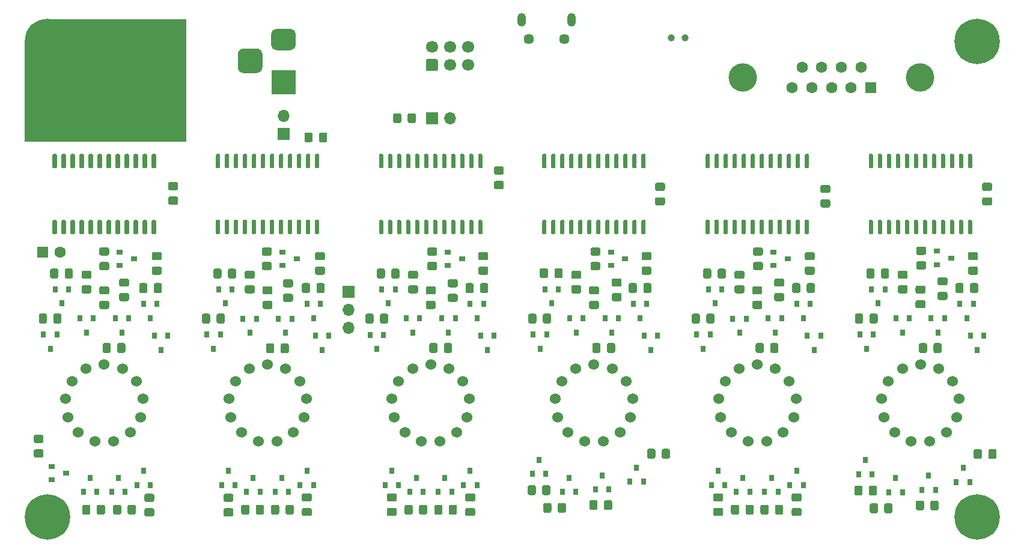
<source format=gbr>
%TF.GenerationSoftware,KiCad,Pcbnew,5.1.8+dfsg1-1+b1*%
%TF.CreationDate,2021-02-15T01:52:31+02:00*%
%TF.ProjectId,nixiedisp,6e697869-6564-4697-9370-2e6b69636164,2*%
%TF.SameCoordinates,Original*%
%TF.FileFunction,Soldermask,Bot*%
%TF.FilePolarity,Negative*%
%FSLAX46Y46*%
G04 Gerber Fmt 4.6, Leading zero omitted, Abs format (unit mm)*
G04 Created by KiCad (PCBNEW 5.1.8+dfsg1-1+b1) date 2021-02-15 01:52:31*
%MOMM*%
%LPD*%
G01*
G04 APERTURE LIST*
%ADD10C,0.100000*%
%ADD11O,1.700000X1.700000*%
%ADD12R,1.700000X1.700000*%
%ADD13C,0.800000*%
%ADD14C,6.400000*%
%ADD15C,1.600000*%
%ADD16R,1.600000X1.600000*%
%ADD17R,3.500000X3.500000*%
%ADD18C,4.000000*%
%ADD19C,1.450000*%
%ADD20O,1.200000X1.900000*%
%ADD21C,1.700000*%
%ADD22R,0.800000X0.900000*%
%ADD23R,0.900000X0.800000*%
%ADD24C,1.524000*%
%ADD25C,1.000000*%
G04 APERTURE END LIST*
D10*
G36*
X92500000Y-88000000D02*
G01*
X69800000Y-88000000D01*
X69800000Y-74000000D01*
X73000000Y-70800000D01*
X92500000Y-70800000D01*
X92500000Y-88000000D01*
G37*
X92500000Y-88000000D02*
X69800000Y-88000000D01*
X69800000Y-74000000D01*
X73000000Y-70800000D01*
X92500000Y-70800000D01*
X92500000Y-88000000D01*
%TO.C,R27*%
G36*
G01*
X122850000Y-84349999D02*
X122850000Y-85250001D01*
G75*
G02*
X122600001Y-85500000I-249999J0D01*
G01*
X121949999Y-85500000D01*
G75*
G02*
X121700000Y-85250001I0J249999D01*
G01*
X121700000Y-84349999D01*
G75*
G02*
X121949999Y-84100000I249999J0D01*
G01*
X122600001Y-84100000D01*
G75*
G02*
X122850000Y-84349999I0J-249999D01*
G01*
G37*
G36*
G01*
X124900000Y-84349999D02*
X124900000Y-85250001D01*
G75*
G02*
X124650001Y-85500000I-249999J0D01*
G01*
X123999999Y-85500000D01*
G75*
G02*
X123750000Y-85250001I0J249999D01*
G01*
X123750000Y-84349999D01*
G75*
G02*
X123999999Y-84100000I249999J0D01*
G01*
X124650001Y-84100000D01*
G75*
G02*
X124900000Y-84349999I0J-249999D01*
G01*
G37*
%TD*%
D11*
%TO.C,J7*%
X129690000Y-84800000D03*
D12*
X127150000Y-84800000D03*
%TD*%
D13*
%TO.C,H4*%
X205697056Y-72302944D03*
X204000000Y-71600000D03*
X202302944Y-72302944D03*
X201600000Y-74000000D03*
X202302944Y-75697056D03*
X204000000Y-76400000D03*
X205697056Y-75697056D03*
X206400000Y-74000000D03*
D14*
X204000000Y-74000000D03*
%TD*%
D13*
%TO.C,H3*%
X205697056Y-139352944D03*
X204000000Y-138650000D03*
X202302944Y-139352944D03*
X201600000Y-141050000D03*
X202302944Y-142747056D03*
X204000000Y-143450000D03*
X205697056Y-142747056D03*
X206400000Y-141050000D03*
D14*
X204000000Y-141050000D03*
%TD*%
D13*
%TO.C,H2*%
X74697056Y-72302944D03*
X73000000Y-71600000D03*
X71302944Y-72302944D03*
X70600000Y-74000000D03*
X71302944Y-75697056D03*
X73000000Y-76400000D03*
X74697056Y-75697056D03*
X75400000Y-74000000D03*
D14*
X73000000Y-74000000D03*
%TD*%
D13*
%TO.C,H1*%
X74697056Y-139352944D03*
X73000000Y-138650000D03*
X71302944Y-139352944D03*
X70600000Y-141050000D03*
X71302944Y-142747056D03*
X73000000Y-143450000D03*
X74697056Y-142747056D03*
X75400000Y-141050000D03*
D14*
X73000000Y-141050000D03*
%TD*%
D15*
%TO.C,C39*%
X74800000Y-103700000D03*
D16*
X72300000Y-103700000D03*
%TD*%
%TO.C,U19*%
G36*
G01*
X157135000Y-91875000D02*
X156835000Y-91875000D01*
G75*
G02*
X156685000Y-91725000I0J150000D01*
G01*
X156685000Y-89975000D01*
G75*
G02*
X156835000Y-89825000I150000J0D01*
G01*
X157135000Y-89825000D01*
G75*
G02*
X157285000Y-89975000I0J-150000D01*
G01*
X157285000Y-91725000D01*
G75*
G02*
X157135000Y-91875000I-150000J0D01*
G01*
G37*
G36*
G01*
X155865000Y-91875000D02*
X155565000Y-91875000D01*
G75*
G02*
X155415000Y-91725000I0J150000D01*
G01*
X155415000Y-89975000D01*
G75*
G02*
X155565000Y-89825000I150000J0D01*
G01*
X155865000Y-89825000D01*
G75*
G02*
X156015000Y-89975000I0J-150000D01*
G01*
X156015000Y-91725000D01*
G75*
G02*
X155865000Y-91875000I-150000J0D01*
G01*
G37*
G36*
G01*
X154595000Y-91875000D02*
X154295000Y-91875000D01*
G75*
G02*
X154145000Y-91725000I0J150000D01*
G01*
X154145000Y-89975000D01*
G75*
G02*
X154295000Y-89825000I150000J0D01*
G01*
X154595000Y-89825000D01*
G75*
G02*
X154745000Y-89975000I0J-150000D01*
G01*
X154745000Y-91725000D01*
G75*
G02*
X154595000Y-91875000I-150000J0D01*
G01*
G37*
G36*
G01*
X153325000Y-91875000D02*
X153025000Y-91875000D01*
G75*
G02*
X152875000Y-91725000I0J150000D01*
G01*
X152875000Y-89975000D01*
G75*
G02*
X153025000Y-89825000I150000J0D01*
G01*
X153325000Y-89825000D01*
G75*
G02*
X153475000Y-89975000I0J-150000D01*
G01*
X153475000Y-91725000D01*
G75*
G02*
X153325000Y-91875000I-150000J0D01*
G01*
G37*
G36*
G01*
X152055000Y-91875000D02*
X151755000Y-91875000D01*
G75*
G02*
X151605000Y-91725000I0J150000D01*
G01*
X151605000Y-89975000D01*
G75*
G02*
X151755000Y-89825000I150000J0D01*
G01*
X152055000Y-89825000D01*
G75*
G02*
X152205000Y-89975000I0J-150000D01*
G01*
X152205000Y-91725000D01*
G75*
G02*
X152055000Y-91875000I-150000J0D01*
G01*
G37*
G36*
G01*
X150785000Y-91875000D02*
X150485000Y-91875000D01*
G75*
G02*
X150335000Y-91725000I0J150000D01*
G01*
X150335000Y-89975000D01*
G75*
G02*
X150485000Y-89825000I150000J0D01*
G01*
X150785000Y-89825000D01*
G75*
G02*
X150935000Y-89975000I0J-150000D01*
G01*
X150935000Y-91725000D01*
G75*
G02*
X150785000Y-91875000I-150000J0D01*
G01*
G37*
G36*
G01*
X149515000Y-91875000D02*
X149215000Y-91875000D01*
G75*
G02*
X149065000Y-91725000I0J150000D01*
G01*
X149065000Y-89975000D01*
G75*
G02*
X149215000Y-89825000I150000J0D01*
G01*
X149515000Y-89825000D01*
G75*
G02*
X149665000Y-89975000I0J-150000D01*
G01*
X149665000Y-91725000D01*
G75*
G02*
X149515000Y-91875000I-150000J0D01*
G01*
G37*
G36*
G01*
X148245000Y-91875000D02*
X147945000Y-91875000D01*
G75*
G02*
X147795000Y-91725000I0J150000D01*
G01*
X147795000Y-89975000D01*
G75*
G02*
X147945000Y-89825000I150000J0D01*
G01*
X148245000Y-89825000D01*
G75*
G02*
X148395000Y-89975000I0J-150000D01*
G01*
X148395000Y-91725000D01*
G75*
G02*
X148245000Y-91875000I-150000J0D01*
G01*
G37*
G36*
G01*
X146975000Y-91875000D02*
X146675000Y-91875000D01*
G75*
G02*
X146525000Y-91725000I0J150000D01*
G01*
X146525000Y-89975000D01*
G75*
G02*
X146675000Y-89825000I150000J0D01*
G01*
X146975000Y-89825000D01*
G75*
G02*
X147125000Y-89975000I0J-150000D01*
G01*
X147125000Y-91725000D01*
G75*
G02*
X146975000Y-91875000I-150000J0D01*
G01*
G37*
G36*
G01*
X145705000Y-91875000D02*
X145405000Y-91875000D01*
G75*
G02*
X145255000Y-91725000I0J150000D01*
G01*
X145255000Y-89975000D01*
G75*
G02*
X145405000Y-89825000I150000J0D01*
G01*
X145705000Y-89825000D01*
G75*
G02*
X145855000Y-89975000I0J-150000D01*
G01*
X145855000Y-91725000D01*
G75*
G02*
X145705000Y-91875000I-150000J0D01*
G01*
G37*
G36*
G01*
X144435000Y-91875000D02*
X144135000Y-91875000D01*
G75*
G02*
X143985000Y-91725000I0J150000D01*
G01*
X143985000Y-89975000D01*
G75*
G02*
X144135000Y-89825000I150000J0D01*
G01*
X144435000Y-89825000D01*
G75*
G02*
X144585000Y-89975000I0J-150000D01*
G01*
X144585000Y-91725000D01*
G75*
G02*
X144435000Y-91875000I-150000J0D01*
G01*
G37*
G36*
G01*
X143165000Y-91875000D02*
X142865000Y-91875000D01*
G75*
G02*
X142715000Y-91725000I0J150000D01*
G01*
X142715000Y-89975000D01*
G75*
G02*
X142865000Y-89825000I150000J0D01*
G01*
X143165000Y-89825000D01*
G75*
G02*
X143315000Y-89975000I0J-150000D01*
G01*
X143315000Y-91725000D01*
G75*
G02*
X143165000Y-91875000I-150000J0D01*
G01*
G37*
G36*
G01*
X143165000Y-101175000D02*
X142865000Y-101175000D01*
G75*
G02*
X142715000Y-101025000I0J150000D01*
G01*
X142715000Y-99275000D01*
G75*
G02*
X142865000Y-99125000I150000J0D01*
G01*
X143165000Y-99125000D01*
G75*
G02*
X143315000Y-99275000I0J-150000D01*
G01*
X143315000Y-101025000D01*
G75*
G02*
X143165000Y-101175000I-150000J0D01*
G01*
G37*
G36*
G01*
X144435000Y-101175000D02*
X144135000Y-101175000D01*
G75*
G02*
X143985000Y-101025000I0J150000D01*
G01*
X143985000Y-99275000D01*
G75*
G02*
X144135000Y-99125000I150000J0D01*
G01*
X144435000Y-99125000D01*
G75*
G02*
X144585000Y-99275000I0J-150000D01*
G01*
X144585000Y-101025000D01*
G75*
G02*
X144435000Y-101175000I-150000J0D01*
G01*
G37*
G36*
G01*
X145705000Y-101175000D02*
X145405000Y-101175000D01*
G75*
G02*
X145255000Y-101025000I0J150000D01*
G01*
X145255000Y-99275000D01*
G75*
G02*
X145405000Y-99125000I150000J0D01*
G01*
X145705000Y-99125000D01*
G75*
G02*
X145855000Y-99275000I0J-150000D01*
G01*
X145855000Y-101025000D01*
G75*
G02*
X145705000Y-101175000I-150000J0D01*
G01*
G37*
G36*
G01*
X146975000Y-101175000D02*
X146675000Y-101175000D01*
G75*
G02*
X146525000Y-101025000I0J150000D01*
G01*
X146525000Y-99275000D01*
G75*
G02*
X146675000Y-99125000I150000J0D01*
G01*
X146975000Y-99125000D01*
G75*
G02*
X147125000Y-99275000I0J-150000D01*
G01*
X147125000Y-101025000D01*
G75*
G02*
X146975000Y-101175000I-150000J0D01*
G01*
G37*
G36*
G01*
X148245000Y-101175000D02*
X147945000Y-101175000D01*
G75*
G02*
X147795000Y-101025000I0J150000D01*
G01*
X147795000Y-99275000D01*
G75*
G02*
X147945000Y-99125000I150000J0D01*
G01*
X148245000Y-99125000D01*
G75*
G02*
X148395000Y-99275000I0J-150000D01*
G01*
X148395000Y-101025000D01*
G75*
G02*
X148245000Y-101175000I-150000J0D01*
G01*
G37*
G36*
G01*
X149515000Y-101175000D02*
X149215000Y-101175000D01*
G75*
G02*
X149065000Y-101025000I0J150000D01*
G01*
X149065000Y-99275000D01*
G75*
G02*
X149215000Y-99125000I150000J0D01*
G01*
X149515000Y-99125000D01*
G75*
G02*
X149665000Y-99275000I0J-150000D01*
G01*
X149665000Y-101025000D01*
G75*
G02*
X149515000Y-101175000I-150000J0D01*
G01*
G37*
G36*
G01*
X150785000Y-101175000D02*
X150485000Y-101175000D01*
G75*
G02*
X150335000Y-101025000I0J150000D01*
G01*
X150335000Y-99275000D01*
G75*
G02*
X150485000Y-99125000I150000J0D01*
G01*
X150785000Y-99125000D01*
G75*
G02*
X150935000Y-99275000I0J-150000D01*
G01*
X150935000Y-101025000D01*
G75*
G02*
X150785000Y-101175000I-150000J0D01*
G01*
G37*
G36*
G01*
X152055000Y-101175000D02*
X151755000Y-101175000D01*
G75*
G02*
X151605000Y-101025000I0J150000D01*
G01*
X151605000Y-99275000D01*
G75*
G02*
X151755000Y-99125000I150000J0D01*
G01*
X152055000Y-99125000D01*
G75*
G02*
X152205000Y-99275000I0J-150000D01*
G01*
X152205000Y-101025000D01*
G75*
G02*
X152055000Y-101175000I-150000J0D01*
G01*
G37*
G36*
G01*
X153325000Y-101175000D02*
X153025000Y-101175000D01*
G75*
G02*
X152875000Y-101025000I0J150000D01*
G01*
X152875000Y-99275000D01*
G75*
G02*
X153025000Y-99125000I150000J0D01*
G01*
X153325000Y-99125000D01*
G75*
G02*
X153475000Y-99275000I0J-150000D01*
G01*
X153475000Y-101025000D01*
G75*
G02*
X153325000Y-101175000I-150000J0D01*
G01*
G37*
G36*
G01*
X154595000Y-101175000D02*
X154295000Y-101175000D01*
G75*
G02*
X154145000Y-101025000I0J150000D01*
G01*
X154145000Y-99275000D01*
G75*
G02*
X154295000Y-99125000I150000J0D01*
G01*
X154595000Y-99125000D01*
G75*
G02*
X154745000Y-99275000I0J-150000D01*
G01*
X154745000Y-101025000D01*
G75*
G02*
X154595000Y-101175000I-150000J0D01*
G01*
G37*
G36*
G01*
X155865000Y-101175000D02*
X155565000Y-101175000D01*
G75*
G02*
X155415000Y-101025000I0J150000D01*
G01*
X155415000Y-99275000D01*
G75*
G02*
X155565000Y-99125000I150000J0D01*
G01*
X155865000Y-99125000D01*
G75*
G02*
X156015000Y-99275000I0J-150000D01*
G01*
X156015000Y-101025000D01*
G75*
G02*
X155865000Y-101175000I-150000J0D01*
G01*
G37*
G36*
G01*
X157135000Y-101175000D02*
X156835000Y-101175000D01*
G75*
G02*
X156685000Y-101025000I0J150000D01*
G01*
X156685000Y-99275000D01*
G75*
G02*
X156835000Y-99125000I150000J0D01*
G01*
X157135000Y-99125000D01*
G75*
G02*
X157285000Y-99275000I0J-150000D01*
G01*
X157285000Y-101025000D01*
G75*
G02*
X157135000Y-101175000I-150000J0D01*
G01*
G37*
%TD*%
%TO.C,U18*%
G36*
G01*
X203135000Y-91875000D02*
X202835000Y-91875000D01*
G75*
G02*
X202685000Y-91725000I0J150000D01*
G01*
X202685000Y-89975000D01*
G75*
G02*
X202835000Y-89825000I150000J0D01*
G01*
X203135000Y-89825000D01*
G75*
G02*
X203285000Y-89975000I0J-150000D01*
G01*
X203285000Y-91725000D01*
G75*
G02*
X203135000Y-91875000I-150000J0D01*
G01*
G37*
G36*
G01*
X201865000Y-91875000D02*
X201565000Y-91875000D01*
G75*
G02*
X201415000Y-91725000I0J150000D01*
G01*
X201415000Y-89975000D01*
G75*
G02*
X201565000Y-89825000I150000J0D01*
G01*
X201865000Y-89825000D01*
G75*
G02*
X202015000Y-89975000I0J-150000D01*
G01*
X202015000Y-91725000D01*
G75*
G02*
X201865000Y-91875000I-150000J0D01*
G01*
G37*
G36*
G01*
X200595000Y-91875000D02*
X200295000Y-91875000D01*
G75*
G02*
X200145000Y-91725000I0J150000D01*
G01*
X200145000Y-89975000D01*
G75*
G02*
X200295000Y-89825000I150000J0D01*
G01*
X200595000Y-89825000D01*
G75*
G02*
X200745000Y-89975000I0J-150000D01*
G01*
X200745000Y-91725000D01*
G75*
G02*
X200595000Y-91875000I-150000J0D01*
G01*
G37*
G36*
G01*
X199325000Y-91875000D02*
X199025000Y-91875000D01*
G75*
G02*
X198875000Y-91725000I0J150000D01*
G01*
X198875000Y-89975000D01*
G75*
G02*
X199025000Y-89825000I150000J0D01*
G01*
X199325000Y-89825000D01*
G75*
G02*
X199475000Y-89975000I0J-150000D01*
G01*
X199475000Y-91725000D01*
G75*
G02*
X199325000Y-91875000I-150000J0D01*
G01*
G37*
G36*
G01*
X198055000Y-91875000D02*
X197755000Y-91875000D01*
G75*
G02*
X197605000Y-91725000I0J150000D01*
G01*
X197605000Y-89975000D01*
G75*
G02*
X197755000Y-89825000I150000J0D01*
G01*
X198055000Y-89825000D01*
G75*
G02*
X198205000Y-89975000I0J-150000D01*
G01*
X198205000Y-91725000D01*
G75*
G02*
X198055000Y-91875000I-150000J0D01*
G01*
G37*
G36*
G01*
X196785000Y-91875000D02*
X196485000Y-91875000D01*
G75*
G02*
X196335000Y-91725000I0J150000D01*
G01*
X196335000Y-89975000D01*
G75*
G02*
X196485000Y-89825000I150000J0D01*
G01*
X196785000Y-89825000D01*
G75*
G02*
X196935000Y-89975000I0J-150000D01*
G01*
X196935000Y-91725000D01*
G75*
G02*
X196785000Y-91875000I-150000J0D01*
G01*
G37*
G36*
G01*
X195515000Y-91875000D02*
X195215000Y-91875000D01*
G75*
G02*
X195065000Y-91725000I0J150000D01*
G01*
X195065000Y-89975000D01*
G75*
G02*
X195215000Y-89825000I150000J0D01*
G01*
X195515000Y-89825000D01*
G75*
G02*
X195665000Y-89975000I0J-150000D01*
G01*
X195665000Y-91725000D01*
G75*
G02*
X195515000Y-91875000I-150000J0D01*
G01*
G37*
G36*
G01*
X194245000Y-91875000D02*
X193945000Y-91875000D01*
G75*
G02*
X193795000Y-91725000I0J150000D01*
G01*
X193795000Y-89975000D01*
G75*
G02*
X193945000Y-89825000I150000J0D01*
G01*
X194245000Y-89825000D01*
G75*
G02*
X194395000Y-89975000I0J-150000D01*
G01*
X194395000Y-91725000D01*
G75*
G02*
X194245000Y-91875000I-150000J0D01*
G01*
G37*
G36*
G01*
X192975000Y-91875000D02*
X192675000Y-91875000D01*
G75*
G02*
X192525000Y-91725000I0J150000D01*
G01*
X192525000Y-89975000D01*
G75*
G02*
X192675000Y-89825000I150000J0D01*
G01*
X192975000Y-89825000D01*
G75*
G02*
X193125000Y-89975000I0J-150000D01*
G01*
X193125000Y-91725000D01*
G75*
G02*
X192975000Y-91875000I-150000J0D01*
G01*
G37*
G36*
G01*
X191705000Y-91875000D02*
X191405000Y-91875000D01*
G75*
G02*
X191255000Y-91725000I0J150000D01*
G01*
X191255000Y-89975000D01*
G75*
G02*
X191405000Y-89825000I150000J0D01*
G01*
X191705000Y-89825000D01*
G75*
G02*
X191855000Y-89975000I0J-150000D01*
G01*
X191855000Y-91725000D01*
G75*
G02*
X191705000Y-91875000I-150000J0D01*
G01*
G37*
G36*
G01*
X190435000Y-91875000D02*
X190135000Y-91875000D01*
G75*
G02*
X189985000Y-91725000I0J150000D01*
G01*
X189985000Y-89975000D01*
G75*
G02*
X190135000Y-89825000I150000J0D01*
G01*
X190435000Y-89825000D01*
G75*
G02*
X190585000Y-89975000I0J-150000D01*
G01*
X190585000Y-91725000D01*
G75*
G02*
X190435000Y-91875000I-150000J0D01*
G01*
G37*
G36*
G01*
X189165000Y-91875000D02*
X188865000Y-91875000D01*
G75*
G02*
X188715000Y-91725000I0J150000D01*
G01*
X188715000Y-89975000D01*
G75*
G02*
X188865000Y-89825000I150000J0D01*
G01*
X189165000Y-89825000D01*
G75*
G02*
X189315000Y-89975000I0J-150000D01*
G01*
X189315000Y-91725000D01*
G75*
G02*
X189165000Y-91875000I-150000J0D01*
G01*
G37*
G36*
G01*
X189165000Y-101175000D02*
X188865000Y-101175000D01*
G75*
G02*
X188715000Y-101025000I0J150000D01*
G01*
X188715000Y-99275000D01*
G75*
G02*
X188865000Y-99125000I150000J0D01*
G01*
X189165000Y-99125000D01*
G75*
G02*
X189315000Y-99275000I0J-150000D01*
G01*
X189315000Y-101025000D01*
G75*
G02*
X189165000Y-101175000I-150000J0D01*
G01*
G37*
G36*
G01*
X190435000Y-101175000D02*
X190135000Y-101175000D01*
G75*
G02*
X189985000Y-101025000I0J150000D01*
G01*
X189985000Y-99275000D01*
G75*
G02*
X190135000Y-99125000I150000J0D01*
G01*
X190435000Y-99125000D01*
G75*
G02*
X190585000Y-99275000I0J-150000D01*
G01*
X190585000Y-101025000D01*
G75*
G02*
X190435000Y-101175000I-150000J0D01*
G01*
G37*
G36*
G01*
X191705000Y-101175000D02*
X191405000Y-101175000D01*
G75*
G02*
X191255000Y-101025000I0J150000D01*
G01*
X191255000Y-99275000D01*
G75*
G02*
X191405000Y-99125000I150000J0D01*
G01*
X191705000Y-99125000D01*
G75*
G02*
X191855000Y-99275000I0J-150000D01*
G01*
X191855000Y-101025000D01*
G75*
G02*
X191705000Y-101175000I-150000J0D01*
G01*
G37*
G36*
G01*
X192975000Y-101175000D02*
X192675000Y-101175000D01*
G75*
G02*
X192525000Y-101025000I0J150000D01*
G01*
X192525000Y-99275000D01*
G75*
G02*
X192675000Y-99125000I150000J0D01*
G01*
X192975000Y-99125000D01*
G75*
G02*
X193125000Y-99275000I0J-150000D01*
G01*
X193125000Y-101025000D01*
G75*
G02*
X192975000Y-101175000I-150000J0D01*
G01*
G37*
G36*
G01*
X194245000Y-101175000D02*
X193945000Y-101175000D01*
G75*
G02*
X193795000Y-101025000I0J150000D01*
G01*
X193795000Y-99275000D01*
G75*
G02*
X193945000Y-99125000I150000J0D01*
G01*
X194245000Y-99125000D01*
G75*
G02*
X194395000Y-99275000I0J-150000D01*
G01*
X194395000Y-101025000D01*
G75*
G02*
X194245000Y-101175000I-150000J0D01*
G01*
G37*
G36*
G01*
X195515000Y-101175000D02*
X195215000Y-101175000D01*
G75*
G02*
X195065000Y-101025000I0J150000D01*
G01*
X195065000Y-99275000D01*
G75*
G02*
X195215000Y-99125000I150000J0D01*
G01*
X195515000Y-99125000D01*
G75*
G02*
X195665000Y-99275000I0J-150000D01*
G01*
X195665000Y-101025000D01*
G75*
G02*
X195515000Y-101175000I-150000J0D01*
G01*
G37*
G36*
G01*
X196785000Y-101175000D02*
X196485000Y-101175000D01*
G75*
G02*
X196335000Y-101025000I0J150000D01*
G01*
X196335000Y-99275000D01*
G75*
G02*
X196485000Y-99125000I150000J0D01*
G01*
X196785000Y-99125000D01*
G75*
G02*
X196935000Y-99275000I0J-150000D01*
G01*
X196935000Y-101025000D01*
G75*
G02*
X196785000Y-101175000I-150000J0D01*
G01*
G37*
G36*
G01*
X198055000Y-101175000D02*
X197755000Y-101175000D01*
G75*
G02*
X197605000Y-101025000I0J150000D01*
G01*
X197605000Y-99275000D01*
G75*
G02*
X197755000Y-99125000I150000J0D01*
G01*
X198055000Y-99125000D01*
G75*
G02*
X198205000Y-99275000I0J-150000D01*
G01*
X198205000Y-101025000D01*
G75*
G02*
X198055000Y-101175000I-150000J0D01*
G01*
G37*
G36*
G01*
X199325000Y-101175000D02*
X199025000Y-101175000D01*
G75*
G02*
X198875000Y-101025000I0J150000D01*
G01*
X198875000Y-99275000D01*
G75*
G02*
X199025000Y-99125000I150000J0D01*
G01*
X199325000Y-99125000D01*
G75*
G02*
X199475000Y-99275000I0J-150000D01*
G01*
X199475000Y-101025000D01*
G75*
G02*
X199325000Y-101175000I-150000J0D01*
G01*
G37*
G36*
G01*
X200595000Y-101175000D02*
X200295000Y-101175000D01*
G75*
G02*
X200145000Y-101025000I0J150000D01*
G01*
X200145000Y-99275000D01*
G75*
G02*
X200295000Y-99125000I150000J0D01*
G01*
X200595000Y-99125000D01*
G75*
G02*
X200745000Y-99275000I0J-150000D01*
G01*
X200745000Y-101025000D01*
G75*
G02*
X200595000Y-101175000I-150000J0D01*
G01*
G37*
G36*
G01*
X201865000Y-101175000D02*
X201565000Y-101175000D01*
G75*
G02*
X201415000Y-101025000I0J150000D01*
G01*
X201415000Y-99275000D01*
G75*
G02*
X201565000Y-99125000I150000J0D01*
G01*
X201865000Y-99125000D01*
G75*
G02*
X202015000Y-99275000I0J-150000D01*
G01*
X202015000Y-101025000D01*
G75*
G02*
X201865000Y-101175000I-150000J0D01*
G01*
G37*
G36*
G01*
X203135000Y-101175000D02*
X202835000Y-101175000D01*
G75*
G02*
X202685000Y-101025000I0J150000D01*
G01*
X202685000Y-99275000D01*
G75*
G02*
X202835000Y-99125000I150000J0D01*
G01*
X203135000Y-99125000D01*
G75*
G02*
X203285000Y-99275000I0J-150000D01*
G01*
X203285000Y-101025000D01*
G75*
G02*
X203135000Y-101175000I-150000J0D01*
G01*
G37*
%TD*%
%TO.C,U17*%
G36*
G01*
X180135000Y-91875000D02*
X179835000Y-91875000D01*
G75*
G02*
X179685000Y-91725000I0J150000D01*
G01*
X179685000Y-89975000D01*
G75*
G02*
X179835000Y-89825000I150000J0D01*
G01*
X180135000Y-89825000D01*
G75*
G02*
X180285000Y-89975000I0J-150000D01*
G01*
X180285000Y-91725000D01*
G75*
G02*
X180135000Y-91875000I-150000J0D01*
G01*
G37*
G36*
G01*
X178865000Y-91875000D02*
X178565000Y-91875000D01*
G75*
G02*
X178415000Y-91725000I0J150000D01*
G01*
X178415000Y-89975000D01*
G75*
G02*
X178565000Y-89825000I150000J0D01*
G01*
X178865000Y-89825000D01*
G75*
G02*
X179015000Y-89975000I0J-150000D01*
G01*
X179015000Y-91725000D01*
G75*
G02*
X178865000Y-91875000I-150000J0D01*
G01*
G37*
G36*
G01*
X177595000Y-91875000D02*
X177295000Y-91875000D01*
G75*
G02*
X177145000Y-91725000I0J150000D01*
G01*
X177145000Y-89975000D01*
G75*
G02*
X177295000Y-89825000I150000J0D01*
G01*
X177595000Y-89825000D01*
G75*
G02*
X177745000Y-89975000I0J-150000D01*
G01*
X177745000Y-91725000D01*
G75*
G02*
X177595000Y-91875000I-150000J0D01*
G01*
G37*
G36*
G01*
X176325000Y-91875000D02*
X176025000Y-91875000D01*
G75*
G02*
X175875000Y-91725000I0J150000D01*
G01*
X175875000Y-89975000D01*
G75*
G02*
X176025000Y-89825000I150000J0D01*
G01*
X176325000Y-89825000D01*
G75*
G02*
X176475000Y-89975000I0J-150000D01*
G01*
X176475000Y-91725000D01*
G75*
G02*
X176325000Y-91875000I-150000J0D01*
G01*
G37*
G36*
G01*
X175055000Y-91875000D02*
X174755000Y-91875000D01*
G75*
G02*
X174605000Y-91725000I0J150000D01*
G01*
X174605000Y-89975000D01*
G75*
G02*
X174755000Y-89825000I150000J0D01*
G01*
X175055000Y-89825000D01*
G75*
G02*
X175205000Y-89975000I0J-150000D01*
G01*
X175205000Y-91725000D01*
G75*
G02*
X175055000Y-91875000I-150000J0D01*
G01*
G37*
G36*
G01*
X173785000Y-91875000D02*
X173485000Y-91875000D01*
G75*
G02*
X173335000Y-91725000I0J150000D01*
G01*
X173335000Y-89975000D01*
G75*
G02*
X173485000Y-89825000I150000J0D01*
G01*
X173785000Y-89825000D01*
G75*
G02*
X173935000Y-89975000I0J-150000D01*
G01*
X173935000Y-91725000D01*
G75*
G02*
X173785000Y-91875000I-150000J0D01*
G01*
G37*
G36*
G01*
X172515000Y-91875000D02*
X172215000Y-91875000D01*
G75*
G02*
X172065000Y-91725000I0J150000D01*
G01*
X172065000Y-89975000D01*
G75*
G02*
X172215000Y-89825000I150000J0D01*
G01*
X172515000Y-89825000D01*
G75*
G02*
X172665000Y-89975000I0J-150000D01*
G01*
X172665000Y-91725000D01*
G75*
G02*
X172515000Y-91875000I-150000J0D01*
G01*
G37*
G36*
G01*
X171245000Y-91875000D02*
X170945000Y-91875000D01*
G75*
G02*
X170795000Y-91725000I0J150000D01*
G01*
X170795000Y-89975000D01*
G75*
G02*
X170945000Y-89825000I150000J0D01*
G01*
X171245000Y-89825000D01*
G75*
G02*
X171395000Y-89975000I0J-150000D01*
G01*
X171395000Y-91725000D01*
G75*
G02*
X171245000Y-91875000I-150000J0D01*
G01*
G37*
G36*
G01*
X169975000Y-91875000D02*
X169675000Y-91875000D01*
G75*
G02*
X169525000Y-91725000I0J150000D01*
G01*
X169525000Y-89975000D01*
G75*
G02*
X169675000Y-89825000I150000J0D01*
G01*
X169975000Y-89825000D01*
G75*
G02*
X170125000Y-89975000I0J-150000D01*
G01*
X170125000Y-91725000D01*
G75*
G02*
X169975000Y-91875000I-150000J0D01*
G01*
G37*
G36*
G01*
X168705000Y-91875000D02*
X168405000Y-91875000D01*
G75*
G02*
X168255000Y-91725000I0J150000D01*
G01*
X168255000Y-89975000D01*
G75*
G02*
X168405000Y-89825000I150000J0D01*
G01*
X168705000Y-89825000D01*
G75*
G02*
X168855000Y-89975000I0J-150000D01*
G01*
X168855000Y-91725000D01*
G75*
G02*
X168705000Y-91875000I-150000J0D01*
G01*
G37*
G36*
G01*
X167435000Y-91875000D02*
X167135000Y-91875000D01*
G75*
G02*
X166985000Y-91725000I0J150000D01*
G01*
X166985000Y-89975000D01*
G75*
G02*
X167135000Y-89825000I150000J0D01*
G01*
X167435000Y-89825000D01*
G75*
G02*
X167585000Y-89975000I0J-150000D01*
G01*
X167585000Y-91725000D01*
G75*
G02*
X167435000Y-91875000I-150000J0D01*
G01*
G37*
G36*
G01*
X166165000Y-91875000D02*
X165865000Y-91875000D01*
G75*
G02*
X165715000Y-91725000I0J150000D01*
G01*
X165715000Y-89975000D01*
G75*
G02*
X165865000Y-89825000I150000J0D01*
G01*
X166165000Y-89825000D01*
G75*
G02*
X166315000Y-89975000I0J-150000D01*
G01*
X166315000Y-91725000D01*
G75*
G02*
X166165000Y-91875000I-150000J0D01*
G01*
G37*
G36*
G01*
X166165000Y-101175000D02*
X165865000Y-101175000D01*
G75*
G02*
X165715000Y-101025000I0J150000D01*
G01*
X165715000Y-99275000D01*
G75*
G02*
X165865000Y-99125000I150000J0D01*
G01*
X166165000Y-99125000D01*
G75*
G02*
X166315000Y-99275000I0J-150000D01*
G01*
X166315000Y-101025000D01*
G75*
G02*
X166165000Y-101175000I-150000J0D01*
G01*
G37*
G36*
G01*
X167435000Y-101175000D02*
X167135000Y-101175000D01*
G75*
G02*
X166985000Y-101025000I0J150000D01*
G01*
X166985000Y-99275000D01*
G75*
G02*
X167135000Y-99125000I150000J0D01*
G01*
X167435000Y-99125000D01*
G75*
G02*
X167585000Y-99275000I0J-150000D01*
G01*
X167585000Y-101025000D01*
G75*
G02*
X167435000Y-101175000I-150000J0D01*
G01*
G37*
G36*
G01*
X168705000Y-101175000D02*
X168405000Y-101175000D01*
G75*
G02*
X168255000Y-101025000I0J150000D01*
G01*
X168255000Y-99275000D01*
G75*
G02*
X168405000Y-99125000I150000J0D01*
G01*
X168705000Y-99125000D01*
G75*
G02*
X168855000Y-99275000I0J-150000D01*
G01*
X168855000Y-101025000D01*
G75*
G02*
X168705000Y-101175000I-150000J0D01*
G01*
G37*
G36*
G01*
X169975000Y-101175000D02*
X169675000Y-101175000D01*
G75*
G02*
X169525000Y-101025000I0J150000D01*
G01*
X169525000Y-99275000D01*
G75*
G02*
X169675000Y-99125000I150000J0D01*
G01*
X169975000Y-99125000D01*
G75*
G02*
X170125000Y-99275000I0J-150000D01*
G01*
X170125000Y-101025000D01*
G75*
G02*
X169975000Y-101175000I-150000J0D01*
G01*
G37*
G36*
G01*
X171245000Y-101175000D02*
X170945000Y-101175000D01*
G75*
G02*
X170795000Y-101025000I0J150000D01*
G01*
X170795000Y-99275000D01*
G75*
G02*
X170945000Y-99125000I150000J0D01*
G01*
X171245000Y-99125000D01*
G75*
G02*
X171395000Y-99275000I0J-150000D01*
G01*
X171395000Y-101025000D01*
G75*
G02*
X171245000Y-101175000I-150000J0D01*
G01*
G37*
G36*
G01*
X172515000Y-101175000D02*
X172215000Y-101175000D01*
G75*
G02*
X172065000Y-101025000I0J150000D01*
G01*
X172065000Y-99275000D01*
G75*
G02*
X172215000Y-99125000I150000J0D01*
G01*
X172515000Y-99125000D01*
G75*
G02*
X172665000Y-99275000I0J-150000D01*
G01*
X172665000Y-101025000D01*
G75*
G02*
X172515000Y-101175000I-150000J0D01*
G01*
G37*
G36*
G01*
X173785000Y-101175000D02*
X173485000Y-101175000D01*
G75*
G02*
X173335000Y-101025000I0J150000D01*
G01*
X173335000Y-99275000D01*
G75*
G02*
X173485000Y-99125000I150000J0D01*
G01*
X173785000Y-99125000D01*
G75*
G02*
X173935000Y-99275000I0J-150000D01*
G01*
X173935000Y-101025000D01*
G75*
G02*
X173785000Y-101175000I-150000J0D01*
G01*
G37*
G36*
G01*
X175055000Y-101175000D02*
X174755000Y-101175000D01*
G75*
G02*
X174605000Y-101025000I0J150000D01*
G01*
X174605000Y-99275000D01*
G75*
G02*
X174755000Y-99125000I150000J0D01*
G01*
X175055000Y-99125000D01*
G75*
G02*
X175205000Y-99275000I0J-150000D01*
G01*
X175205000Y-101025000D01*
G75*
G02*
X175055000Y-101175000I-150000J0D01*
G01*
G37*
G36*
G01*
X176325000Y-101175000D02*
X176025000Y-101175000D01*
G75*
G02*
X175875000Y-101025000I0J150000D01*
G01*
X175875000Y-99275000D01*
G75*
G02*
X176025000Y-99125000I150000J0D01*
G01*
X176325000Y-99125000D01*
G75*
G02*
X176475000Y-99275000I0J-150000D01*
G01*
X176475000Y-101025000D01*
G75*
G02*
X176325000Y-101175000I-150000J0D01*
G01*
G37*
G36*
G01*
X177595000Y-101175000D02*
X177295000Y-101175000D01*
G75*
G02*
X177145000Y-101025000I0J150000D01*
G01*
X177145000Y-99275000D01*
G75*
G02*
X177295000Y-99125000I150000J0D01*
G01*
X177595000Y-99125000D01*
G75*
G02*
X177745000Y-99275000I0J-150000D01*
G01*
X177745000Y-101025000D01*
G75*
G02*
X177595000Y-101175000I-150000J0D01*
G01*
G37*
G36*
G01*
X178865000Y-101175000D02*
X178565000Y-101175000D01*
G75*
G02*
X178415000Y-101025000I0J150000D01*
G01*
X178415000Y-99275000D01*
G75*
G02*
X178565000Y-99125000I150000J0D01*
G01*
X178865000Y-99125000D01*
G75*
G02*
X179015000Y-99275000I0J-150000D01*
G01*
X179015000Y-101025000D01*
G75*
G02*
X178865000Y-101175000I-150000J0D01*
G01*
G37*
G36*
G01*
X180135000Y-101175000D02*
X179835000Y-101175000D01*
G75*
G02*
X179685000Y-101025000I0J150000D01*
G01*
X179685000Y-99275000D01*
G75*
G02*
X179835000Y-99125000I150000J0D01*
G01*
X180135000Y-99125000D01*
G75*
G02*
X180285000Y-99275000I0J-150000D01*
G01*
X180285000Y-101025000D01*
G75*
G02*
X180135000Y-101175000I-150000J0D01*
G01*
G37*
%TD*%
%TO.C,U16*%
G36*
G01*
X134135000Y-91875000D02*
X133835000Y-91875000D01*
G75*
G02*
X133685000Y-91725000I0J150000D01*
G01*
X133685000Y-89975000D01*
G75*
G02*
X133835000Y-89825000I150000J0D01*
G01*
X134135000Y-89825000D01*
G75*
G02*
X134285000Y-89975000I0J-150000D01*
G01*
X134285000Y-91725000D01*
G75*
G02*
X134135000Y-91875000I-150000J0D01*
G01*
G37*
G36*
G01*
X132865000Y-91875000D02*
X132565000Y-91875000D01*
G75*
G02*
X132415000Y-91725000I0J150000D01*
G01*
X132415000Y-89975000D01*
G75*
G02*
X132565000Y-89825000I150000J0D01*
G01*
X132865000Y-89825000D01*
G75*
G02*
X133015000Y-89975000I0J-150000D01*
G01*
X133015000Y-91725000D01*
G75*
G02*
X132865000Y-91875000I-150000J0D01*
G01*
G37*
G36*
G01*
X131595000Y-91875000D02*
X131295000Y-91875000D01*
G75*
G02*
X131145000Y-91725000I0J150000D01*
G01*
X131145000Y-89975000D01*
G75*
G02*
X131295000Y-89825000I150000J0D01*
G01*
X131595000Y-89825000D01*
G75*
G02*
X131745000Y-89975000I0J-150000D01*
G01*
X131745000Y-91725000D01*
G75*
G02*
X131595000Y-91875000I-150000J0D01*
G01*
G37*
G36*
G01*
X130325000Y-91875000D02*
X130025000Y-91875000D01*
G75*
G02*
X129875000Y-91725000I0J150000D01*
G01*
X129875000Y-89975000D01*
G75*
G02*
X130025000Y-89825000I150000J0D01*
G01*
X130325000Y-89825000D01*
G75*
G02*
X130475000Y-89975000I0J-150000D01*
G01*
X130475000Y-91725000D01*
G75*
G02*
X130325000Y-91875000I-150000J0D01*
G01*
G37*
G36*
G01*
X129055000Y-91875000D02*
X128755000Y-91875000D01*
G75*
G02*
X128605000Y-91725000I0J150000D01*
G01*
X128605000Y-89975000D01*
G75*
G02*
X128755000Y-89825000I150000J0D01*
G01*
X129055000Y-89825000D01*
G75*
G02*
X129205000Y-89975000I0J-150000D01*
G01*
X129205000Y-91725000D01*
G75*
G02*
X129055000Y-91875000I-150000J0D01*
G01*
G37*
G36*
G01*
X127785000Y-91875000D02*
X127485000Y-91875000D01*
G75*
G02*
X127335000Y-91725000I0J150000D01*
G01*
X127335000Y-89975000D01*
G75*
G02*
X127485000Y-89825000I150000J0D01*
G01*
X127785000Y-89825000D01*
G75*
G02*
X127935000Y-89975000I0J-150000D01*
G01*
X127935000Y-91725000D01*
G75*
G02*
X127785000Y-91875000I-150000J0D01*
G01*
G37*
G36*
G01*
X126515000Y-91875000D02*
X126215000Y-91875000D01*
G75*
G02*
X126065000Y-91725000I0J150000D01*
G01*
X126065000Y-89975000D01*
G75*
G02*
X126215000Y-89825000I150000J0D01*
G01*
X126515000Y-89825000D01*
G75*
G02*
X126665000Y-89975000I0J-150000D01*
G01*
X126665000Y-91725000D01*
G75*
G02*
X126515000Y-91875000I-150000J0D01*
G01*
G37*
G36*
G01*
X125245000Y-91875000D02*
X124945000Y-91875000D01*
G75*
G02*
X124795000Y-91725000I0J150000D01*
G01*
X124795000Y-89975000D01*
G75*
G02*
X124945000Y-89825000I150000J0D01*
G01*
X125245000Y-89825000D01*
G75*
G02*
X125395000Y-89975000I0J-150000D01*
G01*
X125395000Y-91725000D01*
G75*
G02*
X125245000Y-91875000I-150000J0D01*
G01*
G37*
G36*
G01*
X123975000Y-91875000D02*
X123675000Y-91875000D01*
G75*
G02*
X123525000Y-91725000I0J150000D01*
G01*
X123525000Y-89975000D01*
G75*
G02*
X123675000Y-89825000I150000J0D01*
G01*
X123975000Y-89825000D01*
G75*
G02*
X124125000Y-89975000I0J-150000D01*
G01*
X124125000Y-91725000D01*
G75*
G02*
X123975000Y-91875000I-150000J0D01*
G01*
G37*
G36*
G01*
X122705000Y-91875000D02*
X122405000Y-91875000D01*
G75*
G02*
X122255000Y-91725000I0J150000D01*
G01*
X122255000Y-89975000D01*
G75*
G02*
X122405000Y-89825000I150000J0D01*
G01*
X122705000Y-89825000D01*
G75*
G02*
X122855000Y-89975000I0J-150000D01*
G01*
X122855000Y-91725000D01*
G75*
G02*
X122705000Y-91875000I-150000J0D01*
G01*
G37*
G36*
G01*
X121435000Y-91875000D02*
X121135000Y-91875000D01*
G75*
G02*
X120985000Y-91725000I0J150000D01*
G01*
X120985000Y-89975000D01*
G75*
G02*
X121135000Y-89825000I150000J0D01*
G01*
X121435000Y-89825000D01*
G75*
G02*
X121585000Y-89975000I0J-150000D01*
G01*
X121585000Y-91725000D01*
G75*
G02*
X121435000Y-91875000I-150000J0D01*
G01*
G37*
G36*
G01*
X120165000Y-91875000D02*
X119865000Y-91875000D01*
G75*
G02*
X119715000Y-91725000I0J150000D01*
G01*
X119715000Y-89975000D01*
G75*
G02*
X119865000Y-89825000I150000J0D01*
G01*
X120165000Y-89825000D01*
G75*
G02*
X120315000Y-89975000I0J-150000D01*
G01*
X120315000Y-91725000D01*
G75*
G02*
X120165000Y-91875000I-150000J0D01*
G01*
G37*
G36*
G01*
X120165000Y-101175000D02*
X119865000Y-101175000D01*
G75*
G02*
X119715000Y-101025000I0J150000D01*
G01*
X119715000Y-99275000D01*
G75*
G02*
X119865000Y-99125000I150000J0D01*
G01*
X120165000Y-99125000D01*
G75*
G02*
X120315000Y-99275000I0J-150000D01*
G01*
X120315000Y-101025000D01*
G75*
G02*
X120165000Y-101175000I-150000J0D01*
G01*
G37*
G36*
G01*
X121435000Y-101175000D02*
X121135000Y-101175000D01*
G75*
G02*
X120985000Y-101025000I0J150000D01*
G01*
X120985000Y-99275000D01*
G75*
G02*
X121135000Y-99125000I150000J0D01*
G01*
X121435000Y-99125000D01*
G75*
G02*
X121585000Y-99275000I0J-150000D01*
G01*
X121585000Y-101025000D01*
G75*
G02*
X121435000Y-101175000I-150000J0D01*
G01*
G37*
G36*
G01*
X122705000Y-101175000D02*
X122405000Y-101175000D01*
G75*
G02*
X122255000Y-101025000I0J150000D01*
G01*
X122255000Y-99275000D01*
G75*
G02*
X122405000Y-99125000I150000J0D01*
G01*
X122705000Y-99125000D01*
G75*
G02*
X122855000Y-99275000I0J-150000D01*
G01*
X122855000Y-101025000D01*
G75*
G02*
X122705000Y-101175000I-150000J0D01*
G01*
G37*
G36*
G01*
X123975000Y-101175000D02*
X123675000Y-101175000D01*
G75*
G02*
X123525000Y-101025000I0J150000D01*
G01*
X123525000Y-99275000D01*
G75*
G02*
X123675000Y-99125000I150000J0D01*
G01*
X123975000Y-99125000D01*
G75*
G02*
X124125000Y-99275000I0J-150000D01*
G01*
X124125000Y-101025000D01*
G75*
G02*
X123975000Y-101175000I-150000J0D01*
G01*
G37*
G36*
G01*
X125245000Y-101175000D02*
X124945000Y-101175000D01*
G75*
G02*
X124795000Y-101025000I0J150000D01*
G01*
X124795000Y-99275000D01*
G75*
G02*
X124945000Y-99125000I150000J0D01*
G01*
X125245000Y-99125000D01*
G75*
G02*
X125395000Y-99275000I0J-150000D01*
G01*
X125395000Y-101025000D01*
G75*
G02*
X125245000Y-101175000I-150000J0D01*
G01*
G37*
G36*
G01*
X126515000Y-101175000D02*
X126215000Y-101175000D01*
G75*
G02*
X126065000Y-101025000I0J150000D01*
G01*
X126065000Y-99275000D01*
G75*
G02*
X126215000Y-99125000I150000J0D01*
G01*
X126515000Y-99125000D01*
G75*
G02*
X126665000Y-99275000I0J-150000D01*
G01*
X126665000Y-101025000D01*
G75*
G02*
X126515000Y-101175000I-150000J0D01*
G01*
G37*
G36*
G01*
X127785000Y-101175000D02*
X127485000Y-101175000D01*
G75*
G02*
X127335000Y-101025000I0J150000D01*
G01*
X127335000Y-99275000D01*
G75*
G02*
X127485000Y-99125000I150000J0D01*
G01*
X127785000Y-99125000D01*
G75*
G02*
X127935000Y-99275000I0J-150000D01*
G01*
X127935000Y-101025000D01*
G75*
G02*
X127785000Y-101175000I-150000J0D01*
G01*
G37*
G36*
G01*
X129055000Y-101175000D02*
X128755000Y-101175000D01*
G75*
G02*
X128605000Y-101025000I0J150000D01*
G01*
X128605000Y-99275000D01*
G75*
G02*
X128755000Y-99125000I150000J0D01*
G01*
X129055000Y-99125000D01*
G75*
G02*
X129205000Y-99275000I0J-150000D01*
G01*
X129205000Y-101025000D01*
G75*
G02*
X129055000Y-101175000I-150000J0D01*
G01*
G37*
G36*
G01*
X130325000Y-101175000D02*
X130025000Y-101175000D01*
G75*
G02*
X129875000Y-101025000I0J150000D01*
G01*
X129875000Y-99275000D01*
G75*
G02*
X130025000Y-99125000I150000J0D01*
G01*
X130325000Y-99125000D01*
G75*
G02*
X130475000Y-99275000I0J-150000D01*
G01*
X130475000Y-101025000D01*
G75*
G02*
X130325000Y-101175000I-150000J0D01*
G01*
G37*
G36*
G01*
X131595000Y-101175000D02*
X131295000Y-101175000D01*
G75*
G02*
X131145000Y-101025000I0J150000D01*
G01*
X131145000Y-99275000D01*
G75*
G02*
X131295000Y-99125000I150000J0D01*
G01*
X131595000Y-99125000D01*
G75*
G02*
X131745000Y-99275000I0J-150000D01*
G01*
X131745000Y-101025000D01*
G75*
G02*
X131595000Y-101175000I-150000J0D01*
G01*
G37*
G36*
G01*
X132865000Y-101175000D02*
X132565000Y-101175000D01*
G75*
G02*
X132415000Y-101025000I0J150000D01*
G01*
X132415000Y-99275000D01*
G75*
G02*
X132565000Y-99125000I150000J0D01*
G01*
X132865000Y-99125000D01*
G75*
G02*
X133015000Y-99275000I0J-150000D01*
G01*
X133015000Y-101025000D01*
G75*
G02*
X132865000Y-101175000I-150000J0D01*
G01*
G37*
G36*
G01*
X134135000Y-101175000D02*
X133835000Y-101175000D01*
G75*
G02*
X133685000Y-101025000I0J150000D01*
G01*
X133685000Y-99275000D01*
G75*
G02*
X133835000Y-99125000I150000J0D01*
G01*
X134135000Y-99125000D01*
G75*
G02*
X134285000Y-99275000I0J-150000D01*
G01*
X134285000Y-101025000D01*
G75*
G02*
X134135000Y-101175000I-150000J0D01*
G01*
G37*
%TD*%
%TO.C,U15*%
G36*
G01*
X111135000Y-91875000D02*
X110835000Y-91875000D01*
G75*
G02*
X110685000Y-91725000I0J150000D01*
G01*
X110685000Y-89975000D01*
G75*
G02*
X110835000Y-89825000I150000J0D01*
G01*
X111135000Y-89825000D01*
G75*
G02*
X111285000Y-89975000I0J-150000D01*
G01*
X111285000Y-91725000D01*
G75*
G02*
X111135000Y-91875000I-150000J0D01*
G01*
G37*
G36*
G01*
X109865000Y-91875000D02*
X109565000Y-91875000D01*
G75*
G02*
X109415000Y-91725000I0J150000D01*
G01*
X109415000Y-89975000D01*
G75*
G02*
X109565000Y-89825000I150000J0D01*
G01*
X109865000Y-89825000D01*
G75*
G02*
X110015000Y-89975000I0J-150000D01*
G01*
X110015000Y-91725000D01*
G75*
G02*
X109865000Y-91875000I-150000J0D01*
G01*
G37*
G36*
G01*
X108595000Y-91875000D02*
X108295000Y-91875000D01*
G75*
G02*
X108145000Y-91725000I0J150000D01*
G01*
X108145000Y-89975000D01*
G75*
G02*
X108295000Y-89825000I150000J0D01*
G01*
X108595000Y-89825000D01*
G75*
G02*
X108745000Y-89975000I0J-150000D01*
G01*
X108745000Y-91725000D01*
G75*
G02*
X108595000Y-91875000I-150000J0D01*
G01*
G37*
G36*
G01*
X107325000Y-91875000D02*
X107025000Y-91875000D01*
G75*
G02*
X106875000Y-91725000I0J150000D01*
G01*
X106875000Y-89975000D01*
G75*
G02*
X107025000Y-89825000I150000J0D01*
G01*
X107325000Y-89825000D01*
G75*
G02*
X107475000Y-89975000I0J-150000D01*
G01*
X107475000Y-91725000D01*
G75*
G02*
X107325000Y-91875000I-150000J0D01*
G01*
G37*
G36*
G01*
X106055000Y-91875000D02*
X105755000Y-91875000D01*
G75*
G02*
X105605000Y-91725000I0J150000D01*
G01*
X105605000Y-89975000D01*
G75*
G02*
X105755000Y-89825000I150000J0D01*
G01*
X106055000Y-89825000D01*
G75*
G02*
X106205000Y-89975000I0J-150000D01*
G01*
X106205000Y-91725000D01*
G75*
G02*
X106055000Y-91875000I-150000J0D01*
G01*
G37*
G36*
G01*
X104785000Y-91875000D02*
X104485000Y-91875000D01*
G75*
G02*
X104335000Y-91725000I0J150000D01*
G01*
X104335000Y-89975000D01*
G75*
G02*
X104485000Y-89825000I150000J0D01*
G01*
X104785000Y-89825000D01*
G75*
G02*
X104935000Y-89975000I0J-150000D01*
G01*
X104935000Y-91725000D01*
G75*
G02*
X104785000Y-91875000I-150000J0D01*
G01*
G37*
G36*
G01*
X103515000Y-91875000D02*
X103215000Y-91875000D01*
G75*
G02*
X103065000Y-91725000I0J150000D01*
G01*
X103065000Y-89975000D01*
G75*
G02*
X103215000Y-89825000I150000J0D01*
G01*
X103515000Y-89825000D01*
G75*
G02*
X103665000Y-89975000I0J-150000D01*
G01*
X103665000Y-91725000D01*
G75*
G02*
X103515000Y-91875000I-150000J0D01*
G01*
G37*
G36*
G01*
X102245000Y-91875000D02*
X101945000Y-91875000D01*
G75*
G02*
X101795000Y-91725000I0J150000D01*
G01*
X101795000Y-89975000D01*
G75*
G02*
X101945000Y-89825000I150000J0D01*
G01*
X102245000Y-89825000D01*
G75*
G02*
X102395000Y-89975000I0J-150000D01*
G01*
X102395000Y-91725000D01*
G75*
G02*
X102245000Y-91875000I-150000J0D01*
G01*
G37*
G36*
G01*
X100975000Y-91875000D02*
X100675000Y-91875000D01*
G75*
G02*
X100525000Y-91725000I0J150000D01*
G01*
X100525000Y-89975000D01*
G75*
G02*
X100675000Y-89825000I150000J0D01*
G01*
X100975000Y-89825000D01*
G75*
G02*
X101125000Y-89975000I0J-150000D01*
G01*
X101125000Y-91725000D01*
G75*
G02*
X100975000Y-91875000I-150000J0D01*
G01*
G37*
G36*
G01*
X99705000Y-91875000D02*
X99405000Y-91875000D01*
G75*
G02*
X99255000Y-91725000I0J150000D01*
G01*
X99255000Y-89975000D01*
G75*
G02*
X99405000Y-89825000I150000J0D01*
G01*
X99705000Y-89825000D01*
G75*
G02*
X99855000Y-89975000I0J-150000D01*
G01*
X99855000Y-91725000D01*
G75*
G02*
X99705000Y-91875000I-150000J0D01*
G01*
G37*
G36*
G01*
X98435000Y-91875000D02*
X98135000Y-91875000D01*
G75*
G02*
X97985000Y-91725000I0J150000D01*
G01*
X97985000Y-89975000D01*
G75*
G02*
X98135000Y-89825000I150000J0D01*
G01*
X98435000Y-89825000D01*
G75*
G02*
X98585000Y-89975000I0J-150000D01*
G01*
X98585000Y-91725000D01*
G75*
G02*
X98435000Y-91875000I-150000J0D01*
G01*
G37*
G36*
G01*
X97165000Y-91875000D02*
X96865000Y-91875000D01*
G75*
G02*
X96715000Y-91725000I0J150000D01*
G01*
X96715000Y-89975000D01*
G75*
G02*
X96865000Y-89825000I150000J0D01*
G01*
X97165000Y-89825000D01*
G75*
G02*
X97315000Y-89975000I0J-150000D01*
G01*
X97315000Y-91725000D01*
G75*
G02*
X97165000Y-91875000I-150000J0D01*
G01*
G37*
G36*
G01*
X97165000Y-101175000D02*
X96865000Y-101175000D01*
G75*
G02*
X96715000Y-101025000I0J150000D01*
G01*
X96715000Y-99275000D01*
G75*
G02*
X96865000Y-99125000I150000J0D01*
G01*
X97165000Y-99125000D01*
G75*
G02*
X97315000Y-99275000I0J-150000D01*
G01*
X97315000Y-101025000D01*
G75*
G02*
X97165000Y-101175000I-150000J0D01*
G01*
G37*
G36*
G01*
X98435000Y-101175000D02*
X98135000Y-101175000D01*
G75*
G02*
X97985000Y-101025000I0J150000D01*
G01*
X97985000Y-99275000D01*
G75*
G02*
X98135000Y-99125000I150000J0D01*
G01*
X98435000Y-99125000D01*
G75*
G02*
X98585000Y-99275000I0J-150000D01*
G01*
X98585000Y-101025000D01*
G75*
G02*
X98435000Y-101175000I-150000J0D01*
G01*
G37*
G36*
G01*
X99705000Y-101175000D02*
X99405000Y-101175000D01*
G75*
G02*
X99255000Y-101025000I0J150000D01*
G01*
X99255000Y-99275000D01*
G75*
G02*
X99405000Y-99125000I150000J0D01*
G01*
X99705000Y-99125000D01*
G75*
G02*
X99855000Y-99275000I0J-150000D01*
G01*
X99855000Y-101025000D01*
G75*
G02*
X99705000Y-101175000I-150000J0D01*
G01*
G37*
G36*
G01*
X100975000Y-101175000D02*
X100675000Y-101175000D01*
G75*
G02*
X100525000Y-101025000I0J150000D01*
G01*
X100525000Y-99275000D01*
G75*
G02*
X100675000Y-99125000I150000J0D01*
G01*
X100975000Y-99125000D01*
G75*
G02*
X101125000Y-99275000I0J-150000D01*
G01*
X101125000Y-101025000D01*
G75*
G02*
X100975000Y-101175000I-150000J0D01*
G01*
G37*
G36*
G01*
X102245000Y-101175000D02*
X101945000Y-101175000D01*
G75*
G02*
X101795000Y-101025000I0J150000D01*
G01*
X101795000Y-99275000D01*
G75*
G02*
X101945000Y-99125000I150000J0D01*
G01*
X102245000Y-99125000D01*
G75*
G02*
X102395000Y-99275000I0J-150000D01*
G01*
X102395000Y-101025000D01*
G75*
G02*
X102245000Y-101175000I-150000J0D01*
G01*
G37*
G36*
G01*
X103515000Y-101175000D02*
X103215000Y-101175000D01*
G75*
G02*
X103065000Y-101025000I0J150000D01*
G01*
X103065000Y-99275000D01*
G75*
G02*
X103215000Y-99125000I150000J0D01*
G01*
X103515000Y-99125000D01*
G75*
G02*
X103665000Y-99275000I0J-150000D01*
G01*
X103665000Y-101025000D01*
G75*
G02*
X103515000Y-101175000I-150000J0D01*
G01*
G37*
G36*
G01*
X104785000Y-101175000D02*
X104485000Y-101175000D01*
G75*
G02*
X104335000Y-101025000I0J150000D01*
G01*
X104335000Y-99275000D01*
G75*
G02*
X104485000Y-99125000I150000J0D01*
G01*
X104785000Y-99125000D01*
G75*
G02*
X104935000Y-99275000I0J-150000D01*
G01*
X104935000Y-101025000D01*
G75*
G02*
X104785000Y-101175000I-150000J0D01*
G01*
G37*
G36*
G01*
X106055000Y-101175000D02*
X105755000Y-101175000D01*
G75*
G02*
X105605000Y-101025000I0J150000D01*
G01*
X105605000Y-99275000D01*
G75*
G02*
X105755000Y-99125000I150000J0D01*
G01*
X106055000Y-99125000D01*
G75*
G02*
X106205000Y-99275000I0J-150000D01*
G01*
X106205000Y-101025000D01*
G75*
G02*
X106055000Y-101175000I-150000J0D01*
G01*
G37*
G36*
G01*
X107325000Y-101175000D02*
X107025000Y-101175000D01*
G75*
G02*
X106875000Y-101025000I0J150000D01*
G01*
X106875000Y-99275000D01*
G75*
G02*
X107025000Y-99125000I150000J0D01*
G01*
X107325000Y-99125000D01*
G75*
G02*
X107475000Y-99275000I0J-150000D01*
G01*
X107475000Y-101025000D01*
G75*
G02*
X107325000Y-101175000I-150000J0D01*
G01*
G37*
G36*
G01*
X108595000Y-101175000D02*
X108295000Y-101175000D01*
G75*
G02*
X108145000Y-101025000I0J150000D01*
G01*
X108145000Y-99275000D01*
G75*
G02*
X108295000Y-99125000I150000J0D01*
G01*
X108595000Y-99125000D01*
G75*
G02*
X108745000Y-99275000I0J-150000D01*
G01*
X108745000Y-101025000D01*
G75*
G02*
X108595000Y-101175000I-150000J0D01*
G01*
G37*
G36*
G01*
X109865000Y-101175000D02*
X109565000Y-101175000D01*
G75*
G02*
X109415000Y-101025000I0J150000D01*
G01*
X109415000Y-99275000D01*
G75*
G02*
X109565000Y-99125000I150000J0D01*
G01*
X109865000Y-99125000D01*
G75*
G02*
X110015000Y-99275000I0J-150000D01*
G01*
X110015000Y-101025000D01*
G75*
G02*
X109865000Y-101175000I-150000J0D01*
G01*
G37*
G36*
G01*
X111135000Y-101175000D02*
X110835000Y-101175000D01*
G75*
G02*
X110685000Y-101025000I0J150000D01*
G01*
X110685000Y-99275000D01*
G75*
G02*
X110835000Y-99125000I150000J0D01*
G01*
X111135000Y-99125000D01*
G75*
G02*
X111285000Y-99275000I0J-150000D01*
G01*
X111285000Y-101025000D01*
G75*
G02*
X111135000Y-101175000I-150000J0D01*
G01*
G37*
%TD*%
%TO.C,U14*%
G36*
G01*
X88135000Y-91875000D02*
X87835000Y-91875000D01*
G75*
G02*
X87685000Y-91725000I0J150000D01*
G01*
X87685000Y-89975000D01*
G75*
G02*
X87835000Y-89825000I150000J0D01*
G01*
X88135000Y-89825000D01*
G75*
G02*
X88285000Y-89975000I0J-150000D01*
G01*
X88285000Y-91725000D01*
G75*
G02*
X88135000Y-91875000I-150000J0D01*
G01*
G37*
G36*
G01*
X86865000Y-91875000D02*
X86565000Y-91875000D01*
G75*
G02*
X86415000Y-91725000I0J150000D01*
G01*
X86415000Y-89975000D01*
G75*
G02*
X86565000Y-89825000I150000J0D01*
G01*
X86865000Y-89825000D01*
G75*
G02*
X87015000Y-89975000I0J-150000D01*
G01*
X87015000Y-91725000D01*
G75*
G02*
X86865000Y-91875000I-150000J0D01*
G01*
G37*
G36*
G01*
X85595000Y-91875000D02*
X85295000Y-91875000D01*
G75*
G02*
X85145000Y-91725000I0J150000D01*
G01*
X85145000Y-89975000D01*
G75*
G02*
X85295000Y-89825000I150000J0D01*
G01*
X85595000Y-89825000D01*
G75*
G02*
X85745000Y-89975000I0J-150000D01*
G01*
X85745000Y-91725000D01*
G75*
G02*
X85595000Y-91875000I-150000J0D01*
G01*
G37*
G36*
G01*
X84325000Y-91875000D02*
X84025000Y-91875000D01*
G75*
G02*
X83875000Y-91725000I0J150000D01*
G01*
X83875000Y-89975000D01*
G75*
G02*
X84025000Y-89825000I150000J0D01*
G01*
X84325000Y-89825000D01*
G75*
G02*
X84475000Y-89975000I0J-150000D01*
G01*
X84475000Y-91725000D01*
G75*
G02*
X84325000Y-91875000I-150000J0D01*
G01*
G37*
G36*
G01*
X83055000Y-91875000D02*
X82755000Y-91875000D01*
G75*
G02*
X82605000Y-91725000I0J150000D01*
G01*
X82605000Y-89975000D01*
G75*
G02*
X82755000Y-89825000I150000J0D01*
G01*
X83055000Y-89825000D01*
G75*
G02*
X83205000Y-89975000I0J-150000D01*
G01*
X83205000Y-91725000D01*
G75*
G02*
X83055000Y-91875000I-150000J0D01*
G01*
G37*
G36*
G01*
X81785000Y-91875000D02*
X81485000Y-91875000D01*
G75*
G02*
X81335000Y-91725000I0J150000D01*
G01*
X81335000Y-89975000D01*
G75*
G02*
X81485000Y-89825000I150000J0D01*
G01*
X81785000Y-89825000D01*
G75*
G02*
X81935000Y-89975000I0J-150000D01*
G01*
X81935000Y-91725000D01*
G75*
G02*
X81785000Y-91875000I-150000J0D01*
G01*
G37*
G36*
G01*
X80515000Y-91875000D02*
X80215000Y-91875000D01*
G75*
G02*
X80065000Y-91725000I0J150000D01*
G01*
X80065000Y-89975000D01*
G75*
G02*
X80215000Y-89825000I150000J0D01*
G01*
X80515000Y-89825000D01*
G75*
G02*
X80665000Y-89975000I0J-150000D01*
G01*
X80665000Y-91725000D01*
G75*
G02*
X80515000Y-91875000I-150000J0D01*
G01*
G37*
G36*
G01*
X79245000Y-91875000D02*
X78945000Y-91875000D01*
G75*
G02*
X78795000Y-91725000I0J150000D01*
G01*
X78795000Y-89975000D01*
G75*
G02*
X78945000Y-89825000I150000J0D01*
G01*
X79245000Y-89825000D01*
G75*
G02*
X79395000Y-89975000I0J-150000D01*
G01*
X79395000Y-91725000D01*
G75*
G02*
X79245000Y-91875000I-150000J0D01*
G01*
G37*
G36*
G01*
X77975000Y-91875000D02*
X77675000Y-91875000D01*
G75*
G02*
X77525000Y-91725000I0J150000D01*
G01*
X77525000Y-89975000D01*
G75*
G02*
X77675000Y-89825000I150000J0D01*
G01*
X77975000Y-89825000D01*
G75*
G02*
X78125000Y-89975000I0J-150000D01*
G01*
X78125000Y-91725000D01*
G75*
G02*
X77975000Y-91875000I-150000J0D01*
G01*
G37*
G36*
G01*
X76705000Y-91875000D02*
X76405000Y-91875000D01*
G75*
G02*
X76255000Y-91725000I0J150000D01*
G01*
X76255000Y-89975000D01*
G75*
G02*
X76405000Y-89825000I150000J0D01*
G01*
X76705000Y-89825000D01*
G75*
G02*
X76855000Y-89975000I0J-150000D01*
G01*
X76855000Y-91725000D01*
G75*
G02*
X76705000Y-91875000I-150000J0D01*
G01*
G37*
G36*
G01*
X75435000Y-91875000D02*
X75135000Y-91875000D01*
G75*
G02*
X74985000Y-91725000I0J150000D01*
G01*
X74985000Y-89975000D01*
G75*
G02*
X75135000Y-89825000I150000J0D01*
G01*
X75435000Y-89825000D01*
G75*
G02*
X75585000Y-89975000I0J-150000D01*
G01*
X75585000Y-91725000D01*
G75*
G02*
X75435000Y-91875000I-150000J0D01*
G01*
G37*
G36*
G01*
X74165000Y-91875000D02*
X73865000Y-91875000D01*
G75*
G02*
X73715000Y-91725000I0J150000D01*
G01*
X73715000Y-89975000D01*
G75*
G02*
X73865000Y-89825000I150000J0D01*
G01*
X74165000Y-89825000D01*
G75*
G02*
X74315000Y-89975000I0J-150000D01*
G01*
X74315000Y-91725000D01*
G75*
G02*
X74165000Y-91875000I-150000J0D01*
G01*
G37*
G36*
G01*
X74165000Y-101175000D02*
X73865000Y-101175000D01*
G75*
G02*
X73715000Y-101025000I0J150000D01*
G01*
X73715000Y-99275000D01*
G75*
G02*
X73865000Y-99125000I150000J0D01*
G01*
X74165000Y-99125000D01*
G75*
G02*
X74315000Y-99275000I0J-150000D01*
G01*
X74315000Y-101025000D01*
G75*
G02*
X74165000Y-101175000I-150000J0D01*
G01*
G37*
G36*
G01*
X75435000Y-101175000D02*
X75135000Y-101175000D01*
G75*
G02*
X74985000Y-101025000I0J150000D01*
G01*
X74985000Y-99275000D01*
G75*
G02*
X75135000Y-99125000I150000J0D01*
G01*
X75435000Y-99125000D01*
G75*
G02*
X75585000Y-99275000I0J-150000D01*
G01*
X75585000Y-101025000D01*
G75*
G02*
X75435000Y-101175000I-150000J0D01*
G01*
G37*
G36*
G01*
X76705000Y-101175000D02*
X76405000Y-101175000D01*
G75*
G02*
X76255000Y-101025000I0J150000D01*
G01*
X76255000Y-99275000D01*
G75*
G02*
X76405000Y-99125000I150000J0D01*
G01*
X76705000Y-99125000D01*
G75*
G02*
X76855000Y-99275000I0J-150000D01*
G01*
X76855000Y-101025000D01*
G75*
G02*
X76705000Y-101175000I-150000J0D01*
G01*
G37*
G36*
G01*
X77975000Y-101175000D02*
X77675000Y-101175000D01*
G75*
G02*
X77525000Y-101025000I0J150000D01*
G01*
X77525000Y-99275000D01*
G75*
G02*
X77675000Y-99125000I150000J0D01*
G01*
X77975000Y-99125000D01*
G75*
G02*
X78125000Y-99275000I0J-150000D01*
G01*
X78125000Y-101025000D01*
G75*
G02*
X77975000Y-101175000I-150000J0D01*
G01*
G37*
G36*
G01*
X79245000Y-101175000D02*
X78945000Y-101175000D01*
G75*
G02*
X78795000Y-101025000I0J150000D01*
G01*
X78795000Y-99275000D01*
G75*
G02*
X78945000Y-99125000I150000J0D01*
G01*
X79245000Y-99125000D01*
G75*
G02*
X79395000Y-99275000I0J-150000D01*
G01*
X79395000Y-101025000D01*
G75*
G02*
X79245000Y-101175000I-150000J0D01*
G01*
G37*
G36*
G01*
X80515000Y-101175000D02*
X80215000Y-101175000D01*
G75*
G02*
X80065000Y-101025000I0J150000D01*
G01*
X80065000Y-99275000D01*
G75*
G02*
X80215000Y-99125000I150000J0D01*
G01*
X80515000Y-99125000D01*
G75*
G02*
X80665000Y-99275000I0J-150000D01*
G01*
X80665000Y-101025000D01*
G75*
G02*
X80515000Y-101175000I-150000J0D01*
G01*
G37*
G36*
G01*
X81785000Y-101175000D02*
X81485000Y-101175000D01*
G75*
G02*
X81335000Y-101025000I0J150000D01*
G01*
X81335000Y-99275000D01*
G75*
G02*
X81485000Y-99125000I150000J0D01*
G01*
X81785000Y-99125000D01*
G75*
G02*
X81935000Y-99275000I0J-150000D01*
G01*
X81935000Y-101025000D01*
G75*
G02*
X81785000Y-101175000I-150000J0D01*
G01*
G37*
G36*
G01*
X83055000Y-101175000D02*
X82755000Y-101175000D01*
G75*
G02*
X82605000Y-101025000I0J150000D01*
G01*
X82605000Y-99275000D01*
G75*
G02*
X82755000Y-99125000I150000J0D01*
G01*
X83055000Y-99125000D01*
G75*
G02*
X83205000Y-99275000I0J-150000D01*
G01*
X83205000Y-101025000D01*
G75*
G02*
X83055000Y-101175000I-150000J0D01*
G01*
G37*
G36*
G01*
X84325000Y-101175000D02*
X84025000Y-101175000D01*
G75*
G02*
X83875000Y-101025000I0J150000D01*
G01*
X83875000Y-99275000D01*
G75*
G02*
X84025000Y-99125000I150000J0D01*
G01*
X84325000Y-99125000D01*
G75*
G02*
X84475000Y-99275000I0J-150000D01*
G01*
X84475000Y-101025000D01*
G75*
G02*
X84325000Y-101175000I-150000J0D01*
G01*
G37*
G36*
G01*
X85595000Y-101175000D02*
X85295000Y-101175000D01*
G75*
G02*
X85145000Y-101025000I0J150000D01*
G01*
X85145000Y-99275000D01*
G75*
G02*
X85295000Y-99125000I150000J0D01*
G01*
X85595000Y-99125000D01*
G75*
G02*
X85745000Y-99275000I0J-150000D01*
G01*
X85745000Y-101025000D01*
G75*
G02*
X85595000Y-101175000I-150000J0D01*
G01*
G37*
G36*
G01*
X86865000Y-101175000D02*
X86565000Y-101175000D01*
G75*
G02*
X86415000Y-101025000I0J150000D01*
G01*
X86415000Y-99275000D01*
G75*
G02*
X86565000Y-99125000I150000J0D01*
G01*
X86865000Y-99125000D01*
G75*
G02*
X87015000Y-99275000I0J-150000D01*
G01*
X87015000Y-101025000D01*
G75*
G02*
X86865000Y-101175000I-150000J0D01*
G01*
G37*
G36*
G01*
X88135000Y-101175000D02*
X87835000Y-101175000D01*
G75*
G02*
X87685000Y-101025000I0J150000D01*
G01*
X87685000Y-99275000D01*
G75*
G02*
X87835000Y-99125000I150000J0D01*
G01*
X88135000Y-99125000D01*
G75*
G02*
X88285000Y-99275000I0J-150000D01*
G01*
X88285000Y-101025000D01*
G75*
G02*
X88135000Y-101175000I-150000J0D01*
G01*
G37*
%TD*%
D11*
%TO.C,J6*%
X106250000Y-84460000D03*
D12*
X106250000Y-87000000D03*
%TD*%
%TO.C,J4*%
G36*
G01*
X100675000Y-74950000D02*
X102425000Y-74950000D01*
G75*
G02*
X103300000Y-75825000I0J-875000D01*
G01*
X103300000Y-77575000D01*
G75*
G02*
X102425000Y-78450000I-875000J0D01*
G01*
X100675000Y-78450000D01*
G75*
G02*
X99800000Y-77575000I0J875000D01*
G01*
X99800000Y-75825000D01*
G75*
G02*
X100675000Y-74950000I875000J0D01*
G01*
G37*
G36*
G01*
X105250000Y-72200000D02*
X107250000Y-72200000D01*
G75*
G02*
X108000000Y-72950000I0J-750000D01*
G01*
X108000000Y-74450000D01*
G75*
G02*
X107250000Y-75200000I-750000J0D01*
G01*
X105250000Y-75200000D01*
G75*
G02*
X104500000Y-74450000I0J750000D01*
G01*
X104500000Y-72950000D01*
G75*
G02*
X105250000Y-72200000I750000J0D01*
G01*
G37*
D17*
X106250000Y-79700000D03*
%TD*%
D18*
%TO.C,J1*%
X170960000Y-79030000D03*
X195960000Y-79030000D03*
D15*
X179305000Y-77610000D03*
X182075000Y-77610000D03*
X184845000Y-77610000D03*
X187615000Y-77610000D03*
X177920000Y-80450000D03*
X180690000Y-80450000D03*
X183460000Y-80450000D03*
X186230000Y-80450000D03*
D16*
X189000000Y-80450000D03*
%TD*%
%TO.C,C18*%
G36*
G01*
X90249999Y-95850000D02*
X91150001Y-95850000D01*
G75*
G02*
X91400000Y-96099999I0J-249999D01*
G01*
X91400000Y-96750001D01*
G75*
G02*
X91150001Y-97000000I-249999J0D01*
G01*
X90249999Y-97000000D01*
G75*
G02*
X90000000Y-96750001I0J249999D01*
G01*
X90000000Y-96099999D01*
G75*
G02*
X90249999Y-95850000I249999J0D01*
G01*
G37*
G36*
G01*
X90249999Y-93800000D02*
X91150001Y-93800000D01*
G75*
G02*
X91400000Y-94049999I0J-249999D01*
G01*
X91400000Y-94700001D01*
G75*
G02*
X91150001Y-94950000I-249999J0D01*
G01*
X90249999Y-94950000D01*
G75*
G02*
X90000000Y-94700001I0J249999D01*
G01*
X90000000Y-94049999D01*
G75*
G02*
X90249999Y-93800000I249999J0D01*
G01*
G37*
%TD*%
%TO.C,C21*%
G36*
G01*
X112400000Y-87049999D02*
X112400000Y-87950001D01*
G75*
G02*
X112150001Y-88200000I-249999J0D01*
G01*
X111499999Y-88200000D01*
G75*
G02*
X111250000Y-87950001I0J249999D01*
G01*
X111250000Y-87049999D01*
G75*
G02*
X111499999Y-86800000I249999J0D01*
G01*
X112150001Y-86800000D01*
G75*
G02*
X112400000Y-87049999I0J-249999D01*
G01*
G37*
G36*
G01*
X110350000Y-87049999D02*
X110350000Y-87950001D01*
G75*
G02*
X110100001Y-88200000I-249999J0D01*
G01*
X109449999Y-88200000D01*
G75*
G02*
X109200000Y-87950001I0J249999D01*
G01*
X109200000Y-87049999D01*
G75*
G02*
X109449999Y-86800000I249999J0D01*
G01*
X110100001Y-86800000D01*
G75*
G02*
X110350000Y-87049999I0J-249999D01*
G01*
G37*
%TD*%
%TO.C,C24*%
G36*
G01*
X136149999Y-93650000D02*
X137050001Y-93650000D01*
G75*
G02*
X137300000Y-93899999I0J-249999D01*
G01*
X137300000Y-94550001D01*
G75*
G02*
X137050001Y-94800000I-249999J0D01*
G01*
X136149999Y-94800000D01*
G75*
G02*
X135900000Y-94550001I0J249999D01*
G01*
X135900000Y-93899999D01*
G75*
G02*
X136149999Y-93650000I249999J0D01*
G01*
G37*
G36*
G01*
X136149999Y-91600000D02*
X137050001Y-91600000D01*
G75*
G02*
X137300000Y-91849999I0J-249999D01*
G01*
X137300000Y-92500001D01*
G75*
G02*
X137050001Y-92750000I-249999J0D01*
G01*
X136149999Y-92750000D01*
G75*
G02*
X135900000Y-92500001I0J249999D01*
G01*
X135900000Y-91849999D01*
G75*
G02*
X136149999Y-91600000I249999J0D01*
G01*
G37*
%TD*%
%TO.C,C27*%
G36*
G01*
X182149999Y-96250000D02*
X183050001Y-96250000D01*
G75*
G02*
X183300000Y-96499999I0J-249999D01*
G01*
X183300000Y-97150001D01*
G75*
G02*
X183050001Y-97400000I-249999J0D01*
G01*
X182149999Y-97400000D01*
G75*
G02*
X181900000Y-97150001I0J249999D01*
G01*
X181900000Y-96499999D01*
G75*
G02*
X182149999Y-96250000I249999J0D01*
G01*
G37*
G36*
G01*
X182149999Y-94200000D02*
X183050001Y-94200000D01*
G75*
G02*
X183300000Y-94449999I0J-249999D01*
G01*
X183300000Y-95100001D01*
G75*
G02*
X183050001Y-95350000I-249999J0D01*
G01*
X182149999Y-95350000D01*
G75*
G02*
X181900000Y-95100001I0J249999D01*
G01*
X181900000Y-94449999D01*
G75*
G02*
X182149999Y-94200000I249999J0D01*
G01*
G37*
%TD*%
%TO.C,C30*%
G36*
G01*
X204949999Y-95950000D02*
X205850001Y-95950000D01*
G75*
G02*
X206100000Y-96199999I0J-249999D01*
G01*
X206100000Y-96850001D01*
G75*
G02*
X205850001Y-97100000I-249999J0D01*
G01*
X204949999Y-97100000D01*
G75*
G02*
X204700000Y-96850001I0J249999D01*
G01*
X204700000Y-96199999D01*
G75*
G02*
X204949999Y-95950000I249999J0D01*
G01*
G37*
G36*
G01*
X204949999Y-93900000D02*
X205850001Y-93900000D01*
G75*
G02*
X206100000Y-94149999I0J-249999D01*
G01*
X206100000Y-94800001D01*
G75*
G02*
X205850001Y-95050000I-249999J0D01*
G01*
X204949999Y-95050000D01*
G75*
G02*
X204700000Y-94800001I0J249999D01*
G01*
X204700000Y-94149999D01*
G75*
G02*
X204949999Y-93900000I249999J0D01*
G01*
G37*
%TD*%
%TO.C,C33*%
G36*
G01*
X158849999Y-93900000D02*
X159750001Y-93900000D01*
G75*
G02*
X160000000Y-94149999I0J-249999D01*
G01*
X160000000Y-94800001D01*
G75*
G02*
X159750001Y-95050000I-249999J0D01*
G01*
X158849999Y-95050000D01*
G75*
G02*
X158600000Y-94800001I0J249999D01*
G01*
X158600000Y-94149999D01*
G75*
G02*
X158849999Y-93900000I249999J0D01*
G01*
G37*
G36*
G01*
X158849999Y-95950000D02*
X159750001Y-95950000D01*
G75*
G02*
X160000000Y-96199999I0J-249999D01*
G01*
X160000000Y-96850001D01*
G75*
G02*
X159750001Y-97100000I-249999J0D01*
G01*
X158849999Y-97100000D01*
G75*
G02*
X158600000Y-96850001I0J249999D01*
G01*
X158600000Y-96199999D01*
G75*
G02*
X158849999Y-95950000I249999J0D01*
G01*
G37*
%TD*%
D19*
%TO.C,J2*%
X145800000Y-73612500D03*
X140800000Y-73612500D03*
D20*
X146800000Y-70912500D03*
X139800000Y-70912500D03*
%TD*%
%TO.C,J3*%
G36*
G01*
X127750000Y-78150000D02*
X126550000Y-78150000D01*
G75*
G02*
X126300000Y-77900000I0J250000D01*
G01*
X126300000Y-76700000D01*
G75*
G02*
X126550000Y-76450000I250000J0D01*
G01*
X127750000Y-76450000D01*
G75*
G02*
X128000000Y-76700000I0J-250000D01*
G01*
X128000000Y-77900000D01*
G75*
G02*
X127750000Y-78150000I-250000J0D01*
G01*
G37*
D21*
X129690000Y-77300000D03*
X132230000Y-77300000D03*
X127150000Y-74760000D03*
X129690000Y-74760000D03*
X132230000Y-74760000D03*
%TD*%
D22*
%TO.C,Q3*%
X83500000Y-115000000D03*
X84450000Y-113000000D03*
X82550000Y-113000000D03*
%TD*%
%TO.C,Q4*%
X75050000Y-110900000D03*
X76000000Y-108900000D03*
X74100000Y-108900000D03*
%TD*%
D23*
%TO.C,Q5*%
X75600000Y-134850000D03*
X73600000Y-133900000D03*
X73600000Y-135800000D03*
%TD*%
D22*
%TO.C,Q6*%
X83000000Y-135500000D03*
X82050000Y-137500000D03*
X83950000Y-137500000D03*
%TD*%
%TO.C,Q7*%
X89000000Y-117500000D03*
X89950000Y-115500000D03*
X88050000Y-115500000D03*
%TD*%
D23*
%TO.C,Q8*%
X85200000Y-104600000D03*
X83200000Y-103650000D03*
X83200000Y-105550000D03*
%TD*%
D22*
%TO.C,Q9*%
X77550000Y-113000000D03*
X79450000Y-113000000D03*
X78500000Y-115000000D03*
%TD*%
%TO.C,Q10*%
X72450000Y-115300000D03*
X74350000Y-115300000D03*
X73400000Y-117300000D03*
%TD*%
%TO.C,Q11*%
X79950000Y-137500000D03*
X78050000Y-137500000D03*
X79000000Y-135500000D03*
%TD*%
%TO.C,Q12*%
X87500000Y-136500000D03*
X85600000Y-136500000D03*
X86550000Y-134500000D03*
%TD*%
%TO.C,Q13*%
X87500000Y-113000000D03*
X88450000Y-111000000D03*
X86550000Y-111000000D03*
%TD*%
%TO.C,Q14*%
X105550000Y-113050000D03*
X107450000Y-113050000D03*
X106500000Y-115050000D03*
%TD*%
%TO.C,Q15*%
X97100000Y-108900000D03*
X99000000Y-108900000D03*
X98050000Y-110900000D03*
%TD*%
%TO.C,Q16*%
X99450000Y-136500000D03*
X97550000Y-136500000D03*
X98500000Y-134500000D03*
%TD*%
%TO.C,Q17*%
X106950000Y-137500000D03*
X105050000Y-137500000D03*
X106000000Y-135500000D03*
%TD*%
%TO.C,Q18*%
X110750000Y-115500000D03*
X112650000Y-115500000D03*
X111700000Y-117500000D03*
%TD*%
D23*
%TO.C,Q19*%
X108100000Y-104600000D03*
X106100000Y-103650000D03*
X106100000Y-105550000D03*
%TD*%
D22*
%TO.C,Q20*%
X101500000Y-115050000D03*
X102450000Y-113050000D03*
X100550000Y-113050000D03*
%TD*%
%TO.C,Q21*%
X96400000Y-117300000D03*
X97350000Y-115300000D03*
X95450000Y-115300000D03*
%TD*%
%TO.C,Q22*%
X102000000Y-135500000D03*
X101050000Y-137500000D03*
X102950000Y-137500000D03*
%TD*%
%TO.C,Q23*%
X109550000Y-134500000D03*
X108600000Y-136500000D03*
X110500000Y-136500000D03*
%TD*%
%TO.C,Q24*%
X109550000Y-111000000D03*
X111450000Y-111000000D03*
X110500000Y-113000000D03*
%TD*%
%TO.C,Q25*%
X129500000Y-115000000D03*
X130450000Y-113000000D03*
X128550000Y-113000000D03*
%TD*%
%TO.C,Q26*%
X120100000Y-108900000D03*
X122000000Y-108900000D03*
X121050000Y-110900000D03*
%TD*%
%TO.C,Q27*%
X121500000Y-134500000D03*
X120550000Y-136500000D03*
X122450000Y-136500000D03*
%TD*%
%TO.C,Q28*%
X129000000Y-135500000D03*
X128050000Y-137500000D03*
X129950000Y-137500000D03*
%TD*%
%TO.C,Q29*%
X134050000Y-115500000D03*
X135950000Y-115500000D03*
X135000000Y-117500000D03*
%TD*%
D23*
%TO.C,Q30*%
X129400000Y-105550000D03*
X129400000Y-103650000D03*
X131400000Y-104600000D03*
%TD*%
D22*
%TO.C,Q31*%
X123550000Y-113000000D03*
X125450000Y-113000000D03*
X124500000Y-115000000D03*
%TD*%
%TO.C,Q32*%
X118450000Y-115350000D03*
X120350000Y-115350000D03*
X119400000Y-117350000D03*
%TD*%
%TO.C,Q33*%
X125950000Y-137500000D03*
X124050000Y-137500000D03*
X125000000Y-135500000D03*
%TD*%
%TO.C,Q34*%
X133500000Y-136500000D03*
X131600000Y-136500000D03*
X132550000Y-134500000D03*
%TD*%
%TO.C,Q35*%
X133500000Y-113000000D03*
X134450000Y-111000000D03*
X132550000Y-111000000D03*
%TD*%
%TO.C,Q36*%
X175500000Y-115000000D03*
X176450000Y-113000000D03*
X174550000Y-113000000D03*
%TD*%
%TO.C,Q37*%
X167050000Y-110900000D03*
X168000000Y-108900000D03*
X166100000Y-108900000D03*
%TD*%
%TO.C,Q38*%
X168450000Y-136500000D03*
X166550000Y-136500000D03*
X167500000Y-134500000D03*
%TD*%
%TO.C,Q39*%
X175000000Y-135500000D03*
X174050000Y-137500000D03*
X175950000Y-137500000D03*
%TD*%
%TO.C,Q40*%
X181000000Y-117500000D03*
X181950000Y-115500000D03*
X180050000Y-115500000D03*
%TD*%
D23*
%TO.C,Q41*%
X177300000Y-104600000D03*
X175300000Y-103650000D03*
X175300000Y-105550000D03*
%TD*%
D22*
%TO.C,Q42*%
X170500000Y-115050000D03*
X171450000Y-113050000D03*
X169550000Y-113050000D03*
%TD*%
%TO.C,Q43*%
X164450000Y-115300000D03*
X166350000Y-115300000D03*
X165400000Y-117300000D03*
%TD*%
%TO.C,Q44*%
X171000000Y-135500000D03*
X170050000Y-137500000D03*
X171950000Y-137500000D03*
%TD*%
%TO.C,Q45*%
X178550000Y-134500000D03*
X177600000Y-136500000D03*
X179500000Y-136500000D03*
%TD*%
%TO.C,Q46*%
X178550000Y-111000000D03*
X180450000Y-111000000D03*
X179500000Y-113000000D03*
%TD*%
%TO.C,Q47*%
X197500000Y-113000000D03*
X199400000Y-113000000D03*
X198450000Y-115000000D03*
%TD*%
%TO.C,Q48*%
X189100000Y-108900000D03*
X191000000Y-108900000D03*
X190050000Y-110900000D03*
%TD*%
%TO.C,Q49*%
X188250000Y-133000000D03*
X187300000Y-135000000D03*
X189200000Y-135000000D03*
%TD*%
%TO.C,Q50*%
X197150000Y-135200000D03*
X196200000Y-137200000D03*
X198100000Y-137200000D03*
%TD*%
%TO.C,Q51*%
X204000000Y-117500000D03*
X204950000Y-115500000D03*
X203050000Y-115500000D03*
%TD*%
D23*
%TO.C,Q52*%
X200300000Y-104500000D03*
X198300000Y-103550000D03*
X198300000Y-105450000D03*
%TD*%
D22*
%TO.C,Q53*%
X192550000Y-113000000D03*
X194450000Y-113000000D03*
X193500000Y-115000000D03*
%TD*%
%TO.C,Q54*%
X187450000Y-115300000D03*
X189350000Y-115300000D03*
X188400000Y-117300000D03*
%TD*%
%TO.C,Q55*%
X193450000Y-137550000D03*
X191550000Y-137550000D03*
X192500000Y-135550000D03*
%TD*%
%TO.C,Q56*%
X202950000Y-136100000D03*
X201050000Y-136100000D03*
X202000000Y-134100000D03*
%TD*%
%TO.C,Q57*%
X202500000Y-113000000D03*
X203450000Y-111000000D03*
X201550000Y-111000000D03*
%TD*%
%TO.C,Q58*%
X152500000Y-115000000D03*
X153450000Y-113000000D03*
X151550000Y-113000000D03*
%TD*%
%TO.C,Q59*%
X143100000Y-108900000D03*
X145000000Y-108900000D03*
X144050000Y-110900000D03*
%TD*%
%TO.C,Q60*%
X143200000Y-134950000D03*
X141300000Y-134950000D03*
X142250000Y-132950000D03*
%TD*%
%TO.C,Q61*%
X152100000Y-137150000D03*
X150200000Y-137150000D03*
X151150000Y-135150000D03*
%TD*%
%TO.C,Q62*%
X158000000Y-117500000D03*
X158950000Y-115500000D03*
X157050000Y-115500000D03*
%TD*%
D23*
%TO.C,Q63*%
X152400000Y-105550000D03*
X152400000Y-103650000D03*
X154400000Y-104600000D03*
%TD*%
D22*
%TO.C,Q64*%
X146550000Y-113000000D03*
X148450000Y-113000000D03*
X147500000Y-115000000D03*
%TD*%
%TO.C,Q65*%
X142400000Y-117300000D03*
X143350000Y-115300000D03*
X141450000Y-115300000D03*
%TD*%
%TO.C,Q66*%
X147450000Y-137500000D03*
X145550000Y-137500000D03*
X146500000Y-135500000D03*
%TD*%
%TO.C,Q67*%
X156950000Y-136050000D03*
X155050000Y-136050000D03*
X156000000Y-134050000D03*
%TD*%
%TO.C,Q68*%
X156500000Y-113000000D03*
X157450000Y-111000000D03*
X155550000Y-111000000D03*
%TD*%
%TO.C,R9*%
G36*
G01*
X81925000Y-116749999D02*
X81925000Y-117650001D01*
G75*
G02*
X81675001Y-117900000I-249999J0D01*
G01*
X81024999Y-117900000D01*
G75*
G02*
X80775000Y-117650001I0J249999D01*
G01*
X80775000Y-116749999D01*
G75*
G02*
X81024999Y-116500000I249999J0D01*
G01*
X81675001Y-116500000D01*
G75*
G02*
X81925000Y-116749999I0J-249999D01*
G01*
G37*
G36*
G01*
X83975000Y-116749999D02*
X83975000Y-117650001D01*
G75*
G02*
X83725001Y-117900000I-249999J0D01*
G01*
X83074999Y-117900000D01*
G75*
G02*
X82825000Y-117650001I0J249999D01*
G01*
X82825000Y-116749999D01*
G75*
G02*
X83074999Y-116500000I249999J0D01*
G01*
X83725001Y-116500000D01*
G75*
G02*
X83975000Y-116749999I0J-249999D01*
G01*
G37*
%TD*%
%TO.C,R10*%
G36*
G01*
X107000000Y-116799999D02*
X107000000Y-117700001D01*
G75*
G02*
X106750001Y-117950000I-249999J0D01*
G01*
X106099999Y-117950000D01*
G75*
G02*
X105850000Y-117700001I0J249999D01*
G01*
X105850000Y-116799999D01*
G75*
G02*
X106099999Y-116550000I249999J0D01*
G01*
X106750001Y-116550000D01*
G75*
G02*
X107000000Y-116799999I0J-249999D01*
G01*
G37*
G36*
G01*
X104950000Y-116799999D02*
X104950000Y-117700001D01*
G75*
G02*
X104700001Y-117950000I-249999J0D01*
G01*
X104049999Y-117950000D01*
G75*
G02*
X103800000Y-117700001I0J249999D01*
G01*
X103800000Y-116799999D01*
G75*
G02*
X104049999Y-116550000I249999J0D01*
G01*
X104700001Y-116550000D01*
G75*
G02*
X104950000Y-116799999I0J-249999D01*
G01*
G37*
%TD*%
%TO.C,R11*%
G36*
G01*
X127950000Y-116749999D02*
X127950000Y-117650001D01*
G75*
G02*
X127700001Y-117900000I-249999J0D01*
G01*
X127049999Y-117900000D01*
G75*
G02*
X126800000Y-117650001I0J249999D01*
G01*
X126800000Y-116749999D01*
G75*
G02*
X127049999Y-116500000I249999J0D01*
G01*
X127700001Y-116500000D01*
G75*
G02*
X127950000Y-116749999I0J-249999D01*
G01*
G37*
G36*
G01*
X130000000Y-116749999D02*
X130000000Y-117650001D01*
G75*
G02*
X129750001Y-117900000I-249999J0D01*
G01*
X129099999Y-117900000D01*
G75*
G02*
X128850000Y-117650001I0J249999D01*
G01*
X128850000Y-116749999D01*
G75*
G02*
X129099999Y-116500000I249999J0D01*
G01*
X129750001Y-116500000D01*
G75*
G02*
X130000000Y-116749999I0J-249999D01*
G01*
G37*
%TD*%
%TO.C,R12*%
G36*
G01*
X152975000Y-116749999D02*
X152975000Y-117650001D01*
G75*
G02*
X152725001Y-117900000I-249999J0D01*
G01*
X152074999Y-117900000D01*
G75*
G02*
X151825000Y-117650001I0J249999D01*
G01*
X151825000Y-116749999D01*
G75*
G02*
X152074999Y-116500000I249999J0D01*
G01*
X152725001Y-116500000D01*
G75*
G02*
X152975000Y-116749999I0J-249999D01*
G01*
G37*
G36*
G01*
X150925000Y-116749999D02*
X150925000Y-117650001D01*
G75*
G02*
X150675001Y-117900000I-249999J0D01*
G01*
X150024999Y-117900000D01*
G75*
G02*
X149775000Y-117650001I0J249999D01*
G01*
X149775000Y-116749999D01*
G75*
G02*
X150024999Y-116500000I249999J0D01*
G01*
X150675001Y-116500000D01*
G75*
G02*
X150925000Y-116749999I0J-249999D01*
G01*
G37*
%TD*%
%TO.C,R13*%
G36*
G01*
X173925000Y-116749999D02*
X173925000Y-117650001D01*
G75*
G02*
X173675001Y-117900000I-249999J0D01*
G01*
X173024999Y-117900000D01*
G75*
G02*
X172775000Y-117650001I0J249999D01*
G01*
X172775000Y-116749999D01*
G75*
G02*
X173024999Y-116500000I249999J0D01*
G01*
X173675001Y-116500000D01*
G75*
G02*
X173925000Y-116749999I0J-249999D01*
G01*
G37*
G36*
G01*
X175975000Y-116749999D02*
X175975000Y-117650001D01*
G75*
G02*
X175725001Y-117900000I-249999J0D01*
G01*
X175074999Y-117900000D01*
G75*
G02*
X174825000Y-117650001I0J249999D01*
G01*
X174825000Y-116749999D01*
G75*
G02*
X175074999Y-116500000I249999J0D01*
G01*
X175725001Y-116500000D01*
G75*
G02*
X175975000Y-116749999I0J-249999D01*
G01*
G37*
%TD*%
%TO.C,R14*%
G36*
G01*
X198975000Y-116749999D02*
X198975000Y-117650001D01*
G75*
G02*
X198725001Y-117900000I-249999J0D01*
G01*
X198074999Y-117900000D01*
G75*
G02*
X197825000Y-117650001I0J249999D01*
G01*
X197825000Y-116749999D01*
G75*
G02*
X198074999Y-116500000I249999J0D01*
G01*
X198725001Y-116500000D01*
G75*
G02*
X198975000Y-116749999I0J-249999D01*
G01*
G37*
G36*
G01*
X196925000Y-116749999D02*
X196925000Y-117650001D01*
G75*
G02*
X196675001Y-117900000I-249999J0D01*
G01*
X196024999Y-117900000D01*
G75*
G02*
X195775000Y-117650001I0J249999D01*
G01*
X195775000Y-116749999D01*
G75*
G02*
X196024999Y-116500000I249999J0D01*
G01*
X196675001Y-116500000D01*
G75*
G02*
X196925000Y-116749999I0J-249999D01*
G01*
G37*
%TD*%
%TO.C,R15*%
G36*
G01*
X84250001Y-110600000D02*
X83349999Y-110600000D01*
G75*
G02*
X83100000Y-110350001I0J249999D01*
G01*
X83100000Y-109699999D01*
G75*
G02*
X83349999Y-109450000I249999J0D01*
G01*
X84250001Y-109450000D01*
G75*
G02*
X84500000Y-109699999I0J-249999D01*
G01*
X84500000Y-110350001D01*
G75*
G02*
X84250001Y-110600000I-249999J0D01*
G01*
G37*
G36*
G01*
X84250001Y-108550000D02*
X83349999Y-108550000D01*
G75*
G02*
X83100000Y-108300001I0J249999D01*
G01*
X83100000Y-107649999D01*
G75*
G02*
X83349999Y-107400000I249999J0D01*
G01*
X84250001Y-107400000D01*
G75*
G02*
X84500000Y-107649999I0J-249999D01*
G01*
X84500000Y-108300001D01*
G75*
G02*
X84250001Y-108550000I-249999J0D01*
G01*
G37*
%TD*%
%TO.C,R16*%
G36*
G01*
X75425000Y-107150001D02*
X75425000Y-106249999D01*
G75*
G02*
X75674999Y-106000000I249999J0D01*
G01*
X76325001Y-106000000D01*
G75*
G02*
X76575000Y-106249999I0J-249999D01*
G01*
X76575000Y-107150001D01*
G75*
G02*
X76325001Y-107400000I-249999J0D01*
G01*
X75674999Y-107400000D01*
G75*
G02*
X75425000Y-107150001I0J249999D01*
G01*
G37*
G36*
G01*
X73375000Y-107150001D02*
X73375000Y-106249999D01*
G75*
G02*
X73624999Y-106000000I249999J0D01*
G01*
X74275001Y-106000000D01*
G75*
G02*
X74525000Y-106249999I0J-249999D01*
G01*
X74525000Y-107150001D01*
G75*
G02*
X74275001Y-107400000I-249999J0D01*
G01*
X73624999Y-107400000D01*
G75*
G02*
X73375000Y-107150001I0J249999D01*
G01*
G37*
%TD*%
%TO.C,R17*%
G36*
G01*
X72200001Y-130600000D02*
X71299999Y-130600000D01*
G75*
G02*
X71050000Y-130350001I0J249999D01*
G01*
X71050000Y-129699999D01*
G75*
G02*
X71299999Y-129450000I249999J0D01*
G01*
X72200001Y-129450000D01*
G75*
G02*
X72450000Y-129699999I0J-249999D01*
G01*
X72450000Y-130350001D01*
G75*
G02*
X72200001Y-130600000I-249999J0D01*
G01*
G37*
G36*
G01*
X72200001Y-132650000D02*
X71299999Y-132650000D01*
G75*
G02*
X71050000Y-132400001I0J249999D01*
G01*
X71050000Y-131749999D01*
G75*
G02*
X71299999Y-131500000I249999J0D01*
G01*
X72200001Y-131500000D01*
G75*
G02*
X72450000Y-131749999I0J-249999D01*
G01*
X72450000Y-132400001D01*
G75*
G02*
X72200001Y-132650000I-249999J0D01*
G01*
G37*
%TD*%
%TO.C,R18*%
G36*
G01*
X85450000Y-139549999D02*
X85450000Y-140450001D01*
G75*
G02*
X85200001Y-140700000I-249999J0D01*
G01*
X84549999Y-140700000D01*
G75*
G02*
X84300000Y-140450001I0J249999D01*
G01*
X84300000Y-139549999D01*
G75*
G02*
X84549999Y-139300000I249999J0D01*
G01*
X85200001Y-139300000D01*
G75*
G02*
X85450000Y-139549999I0J-249999D01*
G01*
G37*
G36*
G01*
X83400000Y-139549999D02*
X83400000Y-140450001D01*
G75*
G02*
X83150001Y-140700000I-249999J0D01*
G01*
X82499999Y-140700000D01*
G75*
G02*
X82250000Y-140450001I0J249999D01*
G01*
X82250000Y-139549999D01*
G75*
G02*
X82499999Y-139300000I249999J0D01*
G01*
X83150001Y-139300000D01*
G75*
G02*
X83400000Y-139549999I0J-249999D01*
G01*
G37*
%TD*%
%TO.C,R19*%
G36*
G01*
X88850001Y-104825000D02*
X87949999Y-104825000D01*
G75*
G02*
X87700000Y-104575001I0J249999D01*
G01*
X87700000Y-103924999D01*
G75*
G02*
X87949999Y-103675000I249999J0D01*
G01*
X88850001Y-103675000D01*
G75*
G02*
X89100000Y-103924999I0J-249999D01*
G01*
X89100000Y-104575001D01*
G75*
G02*
X88850001Y-104825000I-249999J0D01*
G01*
G37*
G36*
G01*
X88850001Y-106875000D02*
X87949999Y-106875000D01*
G75*
G02*
X87700000Y-106625001I0J249999D01*
G01*
X87700000Y-105974999D01*
G75*
G02*
X87949999Y-105725000I249999J0D01*
G01*
X88850001Y-105725000D01*
G75*
G02*
X89100000Y-105974999I0J-249999D01*
G01*
X89100000Y-106625001D01*
G75*
G02*
X88850001Y-106875000I-249999J0D01*
G01*
G37*
%TD*%
%TO.C,R20*%
G36*
G01*
X81450001Y-106225000D02*
X80549999Y-106225000D01*
G75*
G02*
X80300000Y-105975001I0J249999D01*
G01*
X80300000Y-105324999D01*
G75*
G02*
X80549999Y-105075000I249999J0D01*
G01*
X81450001Y-105075000D01*
G75*
G02*
X81700000Y-105324999I0J-249999D01*
G01*
X81700000Y-105975001D01*
G75*
G02*
X81450001Y-106225000I-249999J0D01*
G01*
G37*
G36*
G01*
X81450001Y-104175000D02*
X80549999Y-104175000D01*
G75*
G02*
X80300000Y-103925001I0J249999D01*
G01*
X80300000Y-103274999D01*
G75*
G02*
X80549999Y-103025000I249999J0D01*
G01*
X81450001Y-103025000D01*
G75*
G02*
X81700000Y-103274999I0J-249999D01*
G01*
X81700000Y-103925001D01*
G75*
G02*
X81450001Y-104175000I-249999J0D01*
G01*
G37*
%TD*%
%TO.C,R21*%
G36*
G01*
X81450001Y-109650000D02*
X80549999Y-109650000D01*
G75*
G02*
X80300000Y-109400001I0J249999D01*
G01*
X80300000Y-108749999D01*
G75*
G02*
X80549999Y-108500000I249999J0D01*
G01*
X81450001Y-108500000D01*
G75*
G02*
X81700000Y-108749999I0J-249999D01*
G01*
X81700000Y-109400001D01*
G75*
G02*
X81450001Y-109650000I-249999J0D01*
G01*
G37*
G36*
G01*
X81450001Y-111700000D02*
X80549999Y-111700000D01*
G75*
G02*
X80300000Y-111450001I0J249999D01*
G01*
X80300000Y-110799999D01*
G75*
G02*
X80549999Y-110550000I249999J0D01*
G01*
X81450001Y-110550000D01*
G75*
G02*
X81700000Y-110799999I0J-249999D01*
G01*
X81700000Y-111450001D01*
G75*
G02*
X81450001Y-111700000I-249999J0D01*
G01*
G37*
%TD*%
%TO.C,R22*%
G36*
G01*
X78950001Y-109500000D02*
X78049999Y-109500000D01*
G75*
G02*
X77800000Y-109250001I0J249999D01*
G01*
X77800000Y-108599999D01*
G75*
G02*
X78049999Y-108350000I249999J0D01*
G01*
X78950001Y-108350000D01*
G75*
G02*
X79200000Y-108599999I0J-249999D01*
G01*
X79200000Y-109250001D01*
G75*
G02*
X78950001Y-109500000I-249999J0D01*
G01*
G37*
G36*
G01*
X78950001Y-107450000D02*
X78049999Y-107450000D01*
G75*
G02*
X77800000Y-107200001I0J249999D01*
G01*
X77800000Y-106549999D01*
G75*
G02*
X78049999Y-106300000I249999J0D01*
G01*
X78950001Y-106300000D01*
G75*
G02*
X79200000Y-106549999I0J-249999D01*
G01*
X79200000Y-107200001D01*
G75*
G02*
X78950001Y-107450000I-249999J0D01*
G01*
G37*
%TD*%
%TO.C,R23*%
G36*
G01*
X71775000Y-113500001D02*
X71775000Y-112599999D01*
G75*
G02*
X72024999Y-112350000I249999J0D01*
G01*
X72675001Y-112350000D01*
G75*
G02*
X72925000Y-112599999I0J-249999D01*
G01*
X72925000Y-113500001D01*
G75*
G02*
X72675001Y-113750000I-249999J0D01*
G01*
X72024999Y-113750000D01*
G75*
G02*
X71775000Y-113500001I0J249999D01*
G01*
G37*
G36*
G01*
X73825000Y-113500001D02*
X73825000Y-112599999D01*
G75*
G02*
X74074999Y-112350000I249999J0D01*
G01*
X74725001Y-112350000D01*
G75*
G02*
X74975000Y-112599999I0J-249999D01*
G01*
X74975000Y-113500001D01*
G75*
G02*
X74725001Y-113750000I-249999J0D01*
G01*
X74074999Y-113750000D01*
G75*
G02*
X73825000Y-113500001I0J249999D01*
G01*
G37*
%TD*%
%TO.C,R24*%
G36*
G01*
X79050000Y-139549999D02*
X79050000Y-140450001D01*
G75*
G02*
X78800001Y-140700000I-249999J0D01*
G01*
X78149999Y-140700000D01*
G75*
G02*
X77900000Y-140450001I0J249999D01*
G01*
X77900000Y-139549999D01*
G75*
G02*
X78149999Y-139300000I249999J0D01*
G01*
X78800001Y-139300000D01*
G75*
G02*
X79050000Y-139549999I0J-249999D01*
G01*
G37*
G36*
G01*
X81100000Y-139549999D02*
X81100000Y-140450001D01*
G75*
G02*
X80850001Y-140700000I-249999J0D01*
G01*
X80199999Y-140700000D01*
G75*
G02*
X79950000Y-140450001I0J249999D01*
G01*
X79950000Y-139549999D01*
G75*
G02*
X80199999Y-139300000I249999J0D01*
G01*
X80850001Y-139300000D01*
G75*
G02*
X81100000Y-139549999I0J-249999D01*
G01*
G37*
%TD*%
%TO.C,R25*%
G36*
G01*
X86899999Y-137750000D02*
X87800001Y-137750000D01*
G75*
G02*
X88050000Y-137999999I0J-249999D01*
G01*
X88050000Y-138650001D01*
G75*
G02*
X87800001Y-138900000I-249999J0D01*
G01*
X86899999Y-138900000D01*
G75*
G02*
X86650000Y-138650001I0J249999D01*
G01*
X86650000Y-137999999D01*
G75*
G02*
X86899999Y-137750000I249999J0D01*
G01*
G37*
G36*
G01*
X86899999Y-139800000D02*
X87800001Y-139800000D01*
G75*
G02*
X88050000Y-140049999I0J-249999D01*
G01*
X88050000Y-140700001D01*
G75*
G02*
X87800001Y-140950000I-249999J0D01*
G01*
X86899999Y-140950000D01*
G75*
G02*
X86650000Y-140700001I0J249999D01*
G01*
X86650000Y-140049999D01*
G75*
G02*
X86899999Y-139800000I249999J0D01*
G01*
G37*
%TD*%
%TO.C,R26*%
G36*
G01*
X87975000Y-109200001D02*
X87975000Y-108299999D01*
G75*
G02*
X88224999Y-108050000I249999J0D01*
G01*
X88875001Y-108050000D01*
G75*
G02*
X89125000Y-108299999I0J-249999D01*
G01*
X89125000Y-109200001D01*
G75*
G02*
X88875001Y-109450000I-249999J0D01*
G01*
X88224999Y-109450000D01*
G75*
G02*
X87975000Y-109200001I0J249999D01*
G01*
G37*
G36*
G01*
X85925000Y-109200001D02*
X85925000Y-108299999D01*
G75*
G02*
X86174999Y-108050000I249999J0D01*
G01*
X86825001Y-108050000D01*
G75*
G02*
X87075000Y-108299999I0J-249999D01*
G01*
X87075000Y-109200001D01*
G75*
G02*
X86825001Y-109450000I-249999J0D01*
G01*
X86174999Y-109450000D01*
G75*
G02*
X85925000Y-109200001I0J249999D01*
G01*
G37*
%TD*%
%TO.C,R28*%
G36*
G01*
X107350001Y-108650000D02*
X106449999Y-108650000D01*
G75*
G02*
X106200000Y-108400001I0J249999D01*
G01*
X106200000Y-107749999D01*
G75*
G02*
X106449999Y-107500000I249999J0D01*
G01*
X107350001Y-107500000D01*
G75*
G02*
X107600000Y-107749999I0J-249999D01*
G01*
X107600000Y-108400001D01*
G75*
G02*
X107350001Y-108650000I-249999J0D01*
G01*
G37*
G36*
G01*
X107350001Y-110700000D02*
X106449999Y-110700000D01*
G75*
G02*
X106200000Y-110450001I0J249999D01*
G01*
X106200000Y-109799999D01*
G75*
G02*
X106449999Y-109550000I249999J0D01*
G01*
X107350001Y-109550000D01*
G75*
G02*
X107600000Y-109799999I0J-249999D01*
G01*
X107600000Y-110450001D01*
G75*
G02*
X107350001Y-110700000I-249999J0D01*
G01*
G37*
%TD*%
%TO.C,R29*%
G36*
G01*
X96375000Y-107150001D02*
X96375000Y-106249999D01*
G75*
G02*
X96624999Y-106000000I249999J0D01*
G01*
X97275001Y-106000000D01*
G75*
G02*
X97525000Y-106249999I0J-249999D01*
G01*
X97525000Y-107150001D01*
G75*
G02*
X97275001Y-107400000I-249999J0D01*
G01*
X96624999Y-107400000D01*
G75*
G02*
X96375000Y-107150001I0J249999D01*
G01*
G37*
G36*
G01*
X98425000Y-107150001D02*
X98425000Y-106249999D01*
G75*
G02*
X98674999Y-106000000I249999J0D01*
G01*
X99325001Y-106000000D01*
G75*
G02*
X99575000Y-106249999I0J-249999D01*
G01*
X99575000Y-107150001D01*
G75*
G02*
X99325001Y-107400000I-249999J0D01*
G01*
X98674999Y-107400000D01*
G75*
G02*
X98425000Y-107150001I0J249999D01*
G01*
G37*
%TD*%
%TO.C,R30*%
G36*
G01*
X98049999Y-139800000D02*
X98950001Y-139800000D01*
G75*
G02*
X99200000Y-140049999I0J-249999D01*
G01*
X99200000Y-140700001D01*
G75*
G02*
X98950001Y-140950000I-249999J0D01*
G01*
X98049999Y-140950000D01*
G75*
G02*
X97800000Y-140700001I0J249999D01*
G01*
X97800000Y-140049999D01*
G75*
G02*
X98049999Y-139800000I249999J0D01*
G01*
G37*
G36*
G01*
X98049999Y-137750000D02*
X98950001Y-137750000D01*
G75*
G02*
X99200000Y-137999999I0J-249999D01*
G01*
X99200000Y-138650001D01*
G75*
G02*
X98950001Y-138900000I-249999J0D01*
G01*
X98049999Y-138900000D01*
G75*
G02*
X97800000Y-138650001I0J249999D01*
G01*
X97800000Y-137999999D01*
G75*
G02*
X98049999Y-137750000I249999J0D01*
G01*
G37*
%TD*%
%TO.C,R31*%
G36*
G01*
X107700000Y-139549999D02*
X107700000Y-140450001D01*
G75*
G02*
X107450001Y-140700000I-249999J0D01*
G01*
X106799999Y-140700000D01*
G75*
G02*
X106550000Y-140450001I0J249999D01*
G01*
X106550000Y-139549999D01*
G75*
G02*
X106799999Y-139300000I249999J0D01*
G01*
X107450001Y-139300000D01*
G75*
G02*
X107700000Y-139549999I0J-249999D01*
G01*
G37*
G36*
G01*
X105650000Y-139549999D02*
X105650000Y-140450001D01*
G75*
G02*
X105400001Y-140700000I-249999J0D01*
G01*
X104749999Y-140700000D01*
G75*
G02*
X104500000Y-140450001I0J249999D01*
G01*
X104500000Y-139549999D01*
G75*
G02*
X104749999Y-139300000I249999J0D01*
G01*
X105400001Y-139300000D01*
G75*
G02*
X105650000Y-139549999I0J-249999D01*
G01*
G37*
%TD*%
%TO.C,R32*%
G36*
G01*
X111850001Y-104825000D02*
X110949999Y-104825000D01*
G75*
G02*
X110700000Y-104575001I0J249999D01*
G01*
X110700000Y-103924999D01*
G75*
G02*
X110949999Y-103675000I249999J0D01*
G01*
X111850001Y-103675000D01*
G75*
G02*
X112100000Y-103924999I0J-249999D01*
G01*
X112100000Y-104575001D01*
G75*
G02*
X111850001Y-104825000I-249999J0D01*
G01*
G37*
G36*
G01*
X111850001Y-106875000D02*
X110949999Y-106875000D01*
G75*
G02*
X110700000Y-106625001I0J249999D01*
G01*
X110700000Y-105974999D01*
G75*
G02*
X110949999Y-105725000I249999J0D01*
G01*
X111850001Y-105725000D01*
G75*
G02*
X112100000Y-105974999I0J-249999D01*
G01*
X112100000Y-106625001D01*
G75*
G02*
X111850001Y-106875000I-249999J0D01*
G01*
G37*
%TD*%
%TO.C,R33*%
G36*
G01*
X104350001Y-106225000D02*
X103449999Y-106225000D01*
G75*
G02*
X103200000Y-105975001I0J249999D01*
G01*
X103200000Y-105324999D01*
G75*
G02*
X103449999Y-105075000I249999J0D01*
G01*
X104350001Y-105075000D01*
G75*
G02*
X104600000Y-105324999I0J-249999D01*
G01*
X104600000Y-105975001D01*
G75*
G02*
X104350001Y-106225000I-249999J0D01*
G01*
G37*
G36*
G01*
X104350001Y-104175000D02*
X103449999Y-104175000D01*
G75*
G02*
X103200000Y-103925001I0J249999D01*
G01*
X103200000Y-103274999D01*
G75*
G02*
X103449999Y-103025000I249999J0D01*
G01*
X104350001Y-103025000D01*
G75*
G02*
X104600000Y-103274999I0J-249999D01*
G01*
X104600000Y-103925001D01*
G75*
G02*
X104350001Y-104175000I-249999J0D01*
G01*
G37*
%TD*%
%TO.C,R34*%
G36*
G01*
X104450001Y-109650000D02*
X103549999Y-109650000D01*
G75*
G02*
X103300000Y-109400001I0J249999D01*
G01*
X103300000Y-108749999D01*
G75*
G02*
X103549999Y-108500000I249999J0D01*
G01*
X104450001Y-108500000D01*
G75*
G02*
X104700000Y-108749999I0J-249999D01*
G01*
X104700000Y-109400001D01*
G75*
G02*
X104450001Y-109650000I-249999J0D01*
G01*
G37*
G36*
G01*
X104450001Y-111700000D02*
X103549999Y-111700000D01*
G75*
G02*
X103300000Y-111450001I0J249999D01*
G01*
X103300000Y-110799999D01*
G75*
G02*
X103549999Y-110550000I249999J0D01*
G01*
X104450001Y-110550000D01*
G75*
G02*
X104700000Y-110799999I0J-249999D01*
G01*
X104700000Y-111450001D01*
G75*
G02*
X104450001Y-111700000I-249999J0D01*
G01*
G37*
%TD*%
%TO.C,R35*%
G36*
G01*
X101950001Y-109500000D02*
X101049999Y-109500000D01*
G75*
G02*
X100800000Y-109250001I0J249999D01*
G01*
X100800000Y-108599999D01*
G75*
G02*
X101049999Y-108350000I249999J0D01*
G01*
X101950001Y-108350000D01*
G75*
G02*
X102200000Y-108599999I0J-249999D01*
G01*
X102200000Y-109250001D01*
G75*
G02*
X101950001Y-109500000I-249999J0D01*
G01*
G37*
G36*
G01*
X101950001Y-107450000D02*
X101049999Y-107450000D01*
G75*
G02*
X100800000Y-107200001I0J249999D01*
G01*
X100800000Y-106549999D01*
G75*
G02*
X101049999Y-106300000I249999J0D01*
G01*
X101950001Y-106300000D01*
G75*
G02*
X102200000Y-106549999I0J-249999D01*
G01*
X102200000Y-107200001D01*
G75*
G02*
X101950001Y-107450000I-249999J0D01*
G01*
G37*
%TD*%
%TO.C,R36*%
G36*
G01*
X96825000Y-113500001D02*
X96825000Y-112599999D01*
G75*
G02*
X97074999Y-112350000I249999J0D01*
G01*
X97725001Y-112350000D01*
G75*
G02*
X97975000Y-112599999I0J-249999D01*
G01*
X97975000Y-113500001D01*
G75*
G02*
X97725001Y-113750000I-249999J0D01*
G01*
X97074999Y-113750000D01*
G75*
G02*
X96825000Y-113500001I0J249999D01*
G01*
G37*
G36*
G01*
X94775000Y-113500001D02*
X94775000Y-112599999D01*
G75*
G02*
X95024999Y-112350000I249999J0D01*
G01*
X95675001Y-112350000D01*
G75*
G02*
X95925000Y-112599999I0J-249999D01*
G01*
X95925000Y-113500001D01*
G75*
G02*
X95675001Y-113750000I-249999J0D01*
G01*
X95024999Y-113750000D01*
G75*
G02*
X94775000Y-113500001I0J249999D01*
G01*
G37*
%TD*%
%TO.C,R37*%
G36*
G01*
X101450000Y-139549999D02*
X101450000Y-140450001D01*
G75*
G02*
X101200001Y-140700000I-249999J0D01*
G01*
X100549999Y-140700000D01*
G75*
G02*
X100300000Y-140450001I0J249999D01*
G01*
X100300000Y-139549999D01*
G75*
G02*
X100549999Y-139300000I249999J0D01*
G01*
X101200001Y-139300000D01*
G75*
G02*
X101450000Y-139549999I0J-249999D01*
G01*
G37*
G36*
G01*
X103500000Y-139549999D02*
X103500000Y-140450001D01*
G75*
G02*
X103250001Y-140700000I-249999J0D01*
G01*
X102599999Y-140700000D01*
G75*
G02*
X102350000Y-140450001I0J249999D01*
G01*
X102350000Y-139549999D01*
G75*
G02*
X102599999Y-139300000I249999J0D01*
G01*
X103250001Y-139300000D01*
G75*
G02*
X103500000Y-139549999I0J-249999D01*
G01*
G37*
%TD*%
%TO.C,R38*%
G36*
G01*
X109099999Y-139750000D02*
X110000001Y-139750000D01*
G75*
G02*
X110250000Y-139999999I0J-249999D01*
G01*
X110250000Y-140650001D01*
G75*
G02*
X110000001Y-140900000I-249999J0D01*
G01*
X109099999Y-140900000D01*
G75*
G02*
X108850000Y-140650001I0J249999D01*
G01*
X108850000Y-139999999D01*
G75*
G02*
X109099999Y-139750000I249999J0D01*
G01*
G37*
G36*
G01*
X109099999Y-137700000D02*
X110000001Y-137700000D01*
G75*
G02*
X110250000Y-137949999I0J-249999D01*
G01*
X110250000Y-138600001D01*
G75*
G02*
X110000001Y-138850000I-249999J0D01*
G01*
X109099999Y-138850000D01*
G75*
G02*
X108850000Y-138600001I0J249999D01*
G01*
X108850000Y-137949999D01*
G75*
G02*
X109099999Y-137700000I249999J0D01*
G01*
G37*
%TD*%
%TO.C,R39*%
G36*
G01*
X108850000Y-109200001D02*
X108850000Y-108299999D01*
G75*
G02*
X109099999Y-108050000I249999J0D01*
G01*
X109750001Y-108050000D01*
G75*
G02*
X110000000Y-108299999I0J-249999D01*
G01*
X110000000Y-109200001D01*
G75*
G02*
X109750001Y-109450000I-249999J0D01*
G01*
X109099999Y-109450000D01*
G75*
G02*
X108850000Y-109200001I0J249999D01*
G01*
G37*
G36*
G01*
X110900000Y-109200001D02*
X110900000Y-108299999D01*
G75*
G02*
X111149999Y-108050000I249999J0D01*
G01*
X111800001Y-108050000D01*
G75*
G02*
X112050000Y-108299999I0J-249999D01*
G01*
X112050000Y-109200001D01*
G75*
G02*
X111800001Y-109450000I-249999J0D01*
G01*
X111149999Y-109450000D01*
G75*
G02*
X110900000Y-109200001I0J249999D01*
G01*
G37*
%TD*%
%TO.C,R41*%
G36*
G01*
X130550001Y-110700000D02*
X129649999Y-110700000D01*
G75*
G02*
X129400000Y-110450001I0J249999D01*
G01*
X129400000Y-109799999D01*
G75*
G02*
X129649999Y-109550000I249999J0D01*
G01*
X130550001Y-109550000D01*
G75*
G02*
X130800000Y-109799999I0J-249999D01*
G01*
X130800000Y-110450001D01*
G75*
G02*
X130550001Y-110700000I-249999J0D01*
G01*
G37*
G36*
G01*
X130550001Y-108650000D02*
X129649999Y-108650000D01*
G75*
G02*
X129400000Y-108400001I0J249999D01*
G01*
X129400000Y-107749999D01*
G75*
G02*
X129649999Y-107500000I249999J0D01*
G01*
X130550001Y-107500000D01*
G75*
G02*
X130800000Y-107749999I0J-249999D01*
G01*
X130800000Y-108400001D01*
G75*
G02*
X130550001Y-108650000I-249999J0D01*
G01*
G37*
%TD*%
%TO.C,R42*%
G36*
G01*
X121450000Y-107150001D02*
X121450000Y-106249999D01*
G75*
G02*
X121699999Y-106000000I249999J0D01*
G01*
X122350001Y-106000000D01*
G75*
G02*
X122600000Y-106249999I0J-249999D01*
G01*
X122600000Y-107150001D01*
G75*
G02*
X122350001Y-107400000I-249999J0D01*
G01*
X121699999Y-107400000D01*
G75*
G02*
X121450000Y-107150001I0J249999D01*
G01*
G37*
G36*
G01*
X119400000Y-107150001D02*
X119400000Y-106249999D01*
G75*
G02*
X119649999Y-106000000I249999J0D01*
G01*
X120300001Y-106000000D01*
G75*
G02*
X120550000Y-106249999I0J-249999D01*
G01*
X120550000Y-107150001D01*
G75*
G02*
X120300001Y-107400000I-249999J0D01*
G01*
X119649999Y-107400000D01*
G75*
G02*
X119400000Y-107150001I0J249999D01*
G01*
G37*
%TD*%
%TO.C,R43*%
G36*
G01*
X121049999Y-137700000D02*
X121950001Y-137700000D01*
G75*
G02*
X122200000Y-137949999I0J-249999D01*
G01*
X122200000Y-138600001D01*
G75*
G02*
X121950001Y-138850000I-249999J0D01*
G01*
X121049999Y-138850000D01*
G75*
G02*
X120800000Y-138600001I0J249999D01*
G01*
X120800000Y-137949999D01*
G75*
G02*
X121049999Y-137700000I249999J0D01*
G01*
G37*
G36*
G01*
X121049999Y-139750000D02*
X121950001Y-139750000D01*
G75*
G02*
X122200000Y-139999999I0J-249999D01*
G01*
X122200000Y-140650001D01*
G75*
G02*
X121950001Y-140900000I-249999J0D01*
G01*
X121049999Y-140900000D01*
G75*
G02*
X120800000Y-140650001I0J249999D01*
G01*
X120800000Y-139999999D01*
G75*
G02*
X121049999Y-139750000I249999J0D01*
G01*
G37*
%TD*%
%TO.C,R44*%
G36*
G01*
X128650000Y-139549999D02*
X128650000Y-140450001D01*
G75*
G02*
X128400001Y-140700000I-249999J0D01*
G01*
X127749999Y-140700000D01*
G75*
G02*
X127500000Y-140450001I0J249999D01*
G01*
X127500000Y-139549999D01*
G75*
G02*
X127749999Y-139300000I249999J0D01*
G01*
X128400001Y-139300000D01*
G75*
G02*
X128650000Y-139549999I0J-249999D01*
G01*
G37*
G36*
G01*
X130700000Y-139549999D02*
X130700000Y-140450001D01*
G75*
G02*
X130450001Y-140700000I-249999J0D01*
G01*
X129799999Y-140700000D01*
G75*
G02*
X129550000Y-140450001I0J249999D01*
G01*
X129550000Y-139549999D01*
G75*
G02*
X129799999Y-139300000I249999J0D01*
G01*
X130450001Y-139300000D01*
G75*
G02*
X130700000Y-139549999I0J-249999D01*
G01*
G37*
%TD*%
%TO.C,R45*%
G36*
G01*
X134850001Y-104825000D02*
X133949999Y-104825000D01*
G75*
G02*
X133700000Y-104575001I0J249999D01*
G01*
X133700000Y-103924999D01*
G75*
G02*
X133949999Y-103675000I249999J0D01*
G01*
X134850001Y-103675000D01*
G75*
G02*
X135100000Y-103924999I0J-249999D01*
G01*
X135100000Y-104575001D01*
G75*
G02*
X134850001Y-104825000I-249999J0D01*
G01*
G37*
G36*
G01*
X134850001Y-106875000D02*
X133949999Y-106875000D01*
G75*
G02*
X133700000Y-106625001I0J249999D01*
G01*
X133700000Y-105974999D01*
G75*
G02*
X133949999Y-105725000I249999J0D01*
G01*
X134850001Y-105725000D01*
G75*
G02*
X135100000Y-105974999I0J-249999D01*
G01*
X135100000Y-106625001D01*
G75*
G02*
X134850001Y-106875000I-249999J0D01*
G01*
G37*
%TD*%
%TO.C,R46*%
G36*
G01*
X127650001Y-106225000D02*
X126749999Y-106225000D01*
G75*
G02*
X126500000Y-105975001I0J249999D01*
G01*
X126500000Y-105324999D01*
G75*
G02*
X126749999Y-105075000I249999J0D01*
G01*
X127650001Y-105075000D01*
G75*
G02*
X127900000Y-105324999I0J-249999D01*
G01*
X127900000Y-105975001D01*
G75*
G02*
X127650001Y-106225000I-249999J0D01*
G01*
G37*
G36*
G01*
X127650001Y-104175000D02*
X126749999Y-104175000D01*
G75*
G02*
X126500000Y-103925001I0J249999D01*
G01*
X126500000Y-103274999D01*
G75*
G02*
X126749999Y-103025000I249999J0D01*
G01*
X127650001Y-103025000D01*
G75*
G02*
X127900000Y-103274999I0J-249999D01*
G01*
X127900000Y-103925001D01*
G75*
G02*
X127650001Y-104175000I-249999J0D01*
G01*
G37*
%TD*%
%TO.C,R47*%
G36*
G01*
X127450001Y-111700000D02*
X126549999Y-111700000D01*
G75*
G02*
X126300000Y-111450001I0J249999D01*
G01*
X126300000Y-110799999D01*
G75*
G02*
X126549999Y-110550000I249999J0D01*
G01*
X127450001Y-110550000D01*
G75*
G02*
X127700000Y-110799999I0J-249999D01*
G01*
X127700000Y-111450001D01*
G75*
G02*
X127450001Y-111700000I-249999J0D01*
G01*
G37*
G36*
G01*
X127450001Y-109650000D02*
X126549999Y-109650000D01*
G75*
G02*
X126300000Y-109400001I0J249999D01*
G01*
X126300000Y-108749999D01*
G75*
G02*
X126549999Y-108500000I249999J0D01*
G01*
X127450001Y-108500000D01*
G75*
G02*
X127700000Y-108749999I0J-249999D01*
G01*
X127700000Y-109400001D01*
G75*
G02*
X127450001Y-109650000I-249999J0D01*
G01*
G37*
%TD*%
%TO.C,R48*%
G36*
G01*
X124950001Y-107450000D02*
X124049999Y-107450000D01*
G75*
G02*
X123800000Y-107200001I0J249999D01*
G01*
X123800000Y-106549999D01*
G75*
G02*
X124049999Y-106300000I249999J0D01*
G01*
X124950001Y-106300000D01*
G75*
G02*
X125200000Y-106549999I0J-249999D01*
G01*
X125200000Y-107200001D01*
G75*
G02*
X124950001Y-107450000I-249999J0D01*
G01*
G37*
G36*
G01*
X124950001Y-109500000D02*
X124049999Y-109500000D01*
G75*
G02*
X123800000Y-109250001I0J249999D01*
G01*
X123800000Y-108599999D01*
G75*
G02*
X124049999Y-108350000I249999J0D01*
G01*
X124950001Y-108350000D01*
G75*
G02*
X125200000Y-108599999I0J-249999D01*
G01*
X125200000Y-109250001D01*
G75*
G02*
X124950001Y-109500000I-249999J0D01*
G01*
G37*
%TD*%
%TO.C,R49*%
G36*
G01*
X117800000Y-113500001D02*
X117800000Y-112599999D01*
G75*
G02*
X118049999Y-112350000I249999J0D01*
G01*
X118700001Y-112350000D01*
G75*
G02*
X118950000Y-112599999I0J-249999D01*
G01*
X118950000Y-113500001D01*
G75*
G02*
X118700001Y-113750000I-249999J0D01*
G01*
X118049999Y-113750000D01*
G75*
G02*
X117800000Y-113500001I0J249999D01*
G01*
G37*
G36*
G01*
X119850000Y-113500001D02*
X119850000Y-112599999D01*
G75*
G02*
X120099999Y-112350000I249999J0D01*
G01*
X120750001Y-112350000D01*
G75*
G02*
X121000000Y-112599999I0J-249999D01*
G01*
X121000000Y-113500001D01*
G75*
G02*
X120750001Y-113750000I-249999J0D01*
G01*
X120099999Y-113750000D01*
G75*
G02*
X119850000Y-113500001I0J249999D01*
G01*
G37*
%TD*%
%TO.C,R50*%
G36*
G01*
X124450000Y-139549999D02*
X124450000Y-140450001D01*
G75*
G02*
X124200001Y-140700000I-249999J0D01*
G01*
X123549999Y-140700000D01*
G75*
G02*
X123300000Y-140450001I0J249999D01*
G01*
X123300000Y-139549999D01*
G75*
G02*
X123549999Y-139300000I249999J0D01*
G01*
X124200001Y-139300000D01*
G75*
G02*
X124450000Y-139549999I0J-249999D01*
G01*
G37*
G36*
G01*
X126500000Y-139549999D02*
X126500000Y-140450001D01*
G75*
G02*
X126250001Y-140700000I-249999J0D01*
G01*
X125599999Y-140700000D01*
G75*
G02*
X125350000Y-140450001I0J249999D01*
G01*
X125350000Y-139549999D01*
G75*
G02*
X125599999Y-139300000I249999J0D01*
G01*
X126250001Y-139300000D01*
G75*
G02*
X126500000Y-139549999I0J-249999D01*
G01*
G37*
%TD*%
%TO.C,R51*%
G36*
G01*
X132099999Y-139750000D02*
X133000001Y-139750000D01*
G75*
G02*
X133250000Y-139999999I0J-249999D01*
G01*
X133250000Y-140650001D01*
G75*
G02*
X133000001Y-140900000I-249999J0D01*
G01*
X132099999Y-140900000D01*
G75*
G02*
X131850000Y-140650001I0J249999D01*
G01*
X131850000Y-139999999D01*
G75*
G02*
X132099999Y-139750000I249999J0D01*
G01*
G37*
G36*
G01*
X132099999Y-137700000D02*
X133000001Y-137700000D01*
G75*
G02*
X133250000Y-137949999I0J-249999D01*
G01*
X133250000Y-138600001D01*
G75*
G02*
X133000001Y-138850000I-249999J0D01*
G01*
X132099999Y-138850000D01*
G75*
G02*
X131850000Y-138600001I0J249999D01*
G01*
X131850000Y-137949999D01*
G75*
G02*
X132099999Y-137700000I249999J0D01*
G01*
G37*
%TD*%
%TO.C,R52*%
G36*
G01*
X133950000Y-109200001D02*
X133950000Y-108299999D01*
G75*
G02*
X134199999Y-108050000I249999J0D01*
G01*
X134850001Y-108050000D01*
G75*
G02*
X135100000Y-108299999I0J-249999D01*
G01*
X135100000Y-109200001D01*
G75*
G02*
X134850001Y-109450000I-249999J0D01*
G01*
X134199999Y-109450000D01*
G75*
G02*
X133950000Y-109200001I0J249999D01*
G01*
G37*
G36*
G01*
X131900000Y-109200001D02*
X131900000Y-108299999D01*
G75*
G02*
X132149999Y-108050000I249999J0D01*
G01*
X132800001Y-108050000D01*
G75*
G02*
X133050000Y-108299999I0J-249999D01*
G01*
X133050000Y-109200001D01*
G75*
G02*
X132800001Y-109450000I-249999J0D01*
G01*
X132149999Y-109450000D01*
G75*
G02*
X131900000Y-109200001I0J249999D01*
G01*
G37*
%TD*%
%TO.C,R54*%
G36*
G01*
X176550001Y-108550000D02*
X175649999Y-108550000D01*
G75*
G02*
X175400000Y-108300001I0J249999D01*
G01*
X175400000Y-107649999D01*
G75*
G02*
X175649999Y-107400000I249999J0D01*
G01*
X176550001Y-107400000D01*
G75*
G02*
X176800000Y-107649999I0J-249999D01*
G01*
X176800000Y-108300001D01*
G75*
G02*
X176550001Y-108550000I-249999J0D01*
G01*
G37*
G36*
G01*
X176550001Y-110600000D02*
X175649999Y-110600000D01*
G75*
G02*
X175400000Y-110350001I0J249999D01*
G01*
X175400000Y-109699999D01*
G75*
G02*
X175649999Y-109450000I249999J0D01*
G01*
X176550001Y-109450000D01*
G75*
G02*
X176800000Y-109699999I0J-249999D01*
G01*
X176800000Y-110350001D01*
G75*
G02*
X176550001Y-110600000I-249999J0D01*
G01*
G37*
%TD*%
%TO.C,R55*%
G36*
G01*
X167425000Y-107150001D02*
X167425000Y-106249999D01*
G75*
G02*
X167674999Y-106000000I249999J0D01*
G01*
X168325001Y-106000000D01*
G75*
G02*
X168575000Y-106249999I0J-249999D01*
G01*
X168575000Y-107150001D01*
G75*
G02*
X168325001Y-107400000I-249999J0D01*
G01*
X167674999Y-107400000D01*
G75*
G02*
X167425000Y-107150001I0J249999D01*
G01*
G37*
G36*
G01*
X165375000Y-107150001D02*
X165375000Y-106249999D01*
G75*
G02*
X165624999Y-106000000I249999J0D01*
G01*
X166275001Y-106000000D01*
G75*
G02*
X166525000Y-106249999I0J-249999D01*
G01*
X166525000Y-107150001D01*
G75*
G02*
X166275001Y-107400000I-249999J0D01*
G01*
X165624999Y-107400000D01*
G75*
G02*
X165375000Y-107150001I0J249999D01*
G01*
G37*
%TD*%
%TO.C,R56*%
G36*
G01*
X167049999Y-139750000D02*
X167950001Y-139750000D01*
G75*
G02*
X168200000Y-139999999I0J-249999D01*
G01*
X168200000Y-140650001D01*
G75*
G02*
X167950001Y-140900000I-249999J0D01*
G01*
X167049999Y-140900000D01*
G75*
G02*
X166800000Y-140650001I0J249999D01*
G01*
X166800000Y-139999999D01*
G75*
G02*
X167049999Y-139750000I249999J0D01*
G01*
G37*
G36*
G01*
X167049999Y-137700000D02*
X167950001Y-137700000D01*
G75*
G02*
X168200000Y-137949999I0J-249999D01*
G01*
X168200000Y-138600001D01*
G75*
G02*
X167950001Y-138850000I-249999J0D01*
G01*
X167049999Y-138850000D01*
G75*
G02*
X166800000Y-138600001I0J249999D01*
G01*
X166800000Y-137949999D01*
G75*
G02*
X167049999Y-137700000I249999J0D01*
G01*
G37*
%TD*%
%TO.C,R57*%
G36*
G01*
X176650000Y-139549999D02*
X176650000Y-140450001D01*
G75*
G02*
X176400001Y-140700000I-249999J0D01*
G01*
X175749999Y-140700000D01*
G75*
G02*
X175500000Y-140450001I0J249999D01*
G01*
X175500000Y-139549999D01*
G75*
G02*
X175749999Y-139300000I249999J0D01*
G01*
X176400001Y-139300000D01*
G75*
G02*
X176650000Y-139549999I0J-249999D01*
G01*
G37*
G36*
G01*
X174600000Y-139549999D02*
X174600000Y-140450001D01*
G75*
G02*
X174350001Y-140700000I-249999J0D01*
G01*
X173699999Y-140700000D01*
G75*
G02*
X173450000Y-140450001I0J249999D01*
G01*
X173450000Y-139549999D01*
G75*
G02*
X173699999Y-139300000I249999J0D01*
G01*
X174350001Y-139300000D01*
G75*
G02*
X174600000Y-139549999I0J-249999D01*
G01*
G37*
%TD*%
%TO.C,R58*%
G36*
G01*
X180850001Y-106875000D02*
X179949999Y-106875000D01*
G75*
G02*
X179700000Y-106625001I0J249999D01*
G01*
X179700000Y-105974999D01*
G75*
G02*
X179949999Y-105725000I249999J0D01*
G01*
X180850001Y-105725000D01*
G75*
G02*
X181100000Y-105974999I0J-249999D01*
G01*
X181100000Y-106625001D01*
G75*
G02*
X180850001Y-106875000I-249999J0D01*
G01*
G37*
G36*
G01*
X180850001Y-104825000D02*
X179949999Y-104825000D01*
G75*
G02*
X179700000Y-104575001I0J249999D01*
G01*
X179700000Y-103924999D01*
G75*
G02*
X179949999Y-103675000I249999J0D01*
G01*
X180850001Y-103675000D01*
G75*
G02*
X181100000Y-103924999I0J-249999D01*
G01*
X181100000Y-104575001D01*
G75*
G02*
X180850001Y-104825000I-249999J0D01*
G01*
G37*
%TD*%
%TO.C,R59*%
G36*
G01*
X173550001Y-106225000D02*
X172649999Y-106225000D01*
G75*
G02*
X172400000Y-105975001I0J249999D01*
G01*
X172400000Y-105324999D01*
G75*
G02*
X172649999Y-105075000I249999J0D01*
G01*
X173550001Y-105075000D01*
G75*
G02*
X173800000Y-105324999I0J-249999D01*
G01*
X173800000Y-105975001D01*
G75*
G02*
X173550001Y-106225000I-249999J0D01*
G01*
G37*
G36*
G01*
X173550001Y-104175000D02*
X172649999Y-104175000D01*
G75*
G02*
X172400000Y-103925001I0J249999D01*
G01*
X172400000Y-103274999D01*
G75*
G02*
X172649999Y-103025000I249999J0D01*
G01*
X173550001Y-103025000D01*
G75*
G02*
X173800000Y-103274999I0J-249999D01*
G01*
X173800000Y-103925001D01*
G75*
G02*
X173550001Y-104175000I-249999J0D01*
G01*
G37*
%TD*%
%TO.C,R60*%
G36*
G01*
X173450001Y-109650000D02*
X172549999Y-109650000D01*
G75*
G02*
X172300000Y-109400001I0J249999D01*
G01*
X172300000Y-108749999D01*
G75*
G02*
X172549999Y-108500000I249999J0D01*
G01*
X173450001Y-108500000D01*
G75*
G02*
X173700000Y-108749999I0J-249999D01*
G01*
X173700000Y-109400001D01*
G75*
G02*
X173450001Y-109650000I-249999J0D01*
G01*
G37*
G36*
G01*
X173450001Y-111700000D02*
X172549999Y-111700000D01*
G75*
G02*
X172300000Y-111450001I0J249999D01*
G01*
X172300000Y-110799999D01*
G75*
G02*
X172549999Y-110550000I249999J0D01*
G01*
X173450001Y-110550000D01*
G75*
G02*
X173700000Y-110799999I0J-249999D01*
G01*
X173700000Y-111450001D01*
G75*
G02*
X173450001Y-111700000I-249999J0D01*
G01*
G37*
%TD*%
%TO.C,R61*%
G36*
G01*
X170950001Y-109500000D02*
X170049999Y-109500000D01*
G75*
G02*
X169800000Y-109250001I0J249999D01*
G01*
X169800000Y-108599999D01*
G75*
G02*
X170049999Y-108350000I249999J0D01*
G01*
X170950001Y-108350000D01*
G75*
G02*
X171200000Y-108599999I0J-249999D01*
G01*
X171200000Y-109250001D01*
G75*
G02*
X170950001Y-109500000I-249999J0D01*
G01*
G37*
G36*
G01*
X170950001Y-107450000D02*
X170049999Y-107450000D01*
G75*
G02*
X169800000Y-107200001I0J249999D01*
G01*
X169800000Y-106549999D01*
G75*
G02*
X170049999Y-106300000I249999J0D01*
G01*
X170950001Y-106300000D01*
G75*
G02*
X171200000Y-106549999I0J-249999D01*
G01*
X171200000Y-107200001D01*
G75*
G02*
X170950001Y-107450000I-249999J0D01*
G01*
G37*
%TD*%
%TO.C,R62*%
G36*
G01*
X163775000Y-113500001D02*
X163775000Y-112599999D01*
G75*
G02*
X164024999Y-112350000I249999J0D01*
G01*
X164675001Y-112350000D01*
G75*
G02*
X164925000Y-112599999I0J-249999D01*
G01*
X164925000Y-113500001D01*
G75*
G02*
X164675001Y-113750000I-249999J0D01*
G01*
X164024999Y-113750000D01*
G75*
G02*
X163775000Y-113500001I0J249999D01*
G01*
G37*
G36*
G01*
X165825000Y-113500001D02*
X165825000Y-112599999D01*
G75*
G02*
X166074999Y-112350000I249999J0D01*
G01*
X166725001Y-112350000D01*
G75*
G02*
X166975000Y-112599999I0J-249999D01*
G01*
X166975000Y-113500001D01*
G75*
G02*
X166725001Y-113750000I-249999J0D01*
G01*
X166074999Y-113750000D01*
G75*
G02*
X165825000Y-113500001I0J249999D01*
G01*
G37*
%TD*%
%TO.C,R63*%
G36*
G01*
X170450000Y-139549999D02*
X170450000Y-140450001D01*
G75*
G02*
X170200001Y-140700000I-249999J0D01*
G01*
X169549999Y-140700000D01*
G75*
G02*
X169300000Y-140450001I0J249999D01*
G01*
X169300000Y-139549999D01*
G75*
G02*
X169549999Y-139300000I249999J0D01*
G01*
X170200001Y-139300000D01*
G75*
G02*
X170450000Y-139549999I0J-249999D01*
G01*
G37*
G36*
G01*
X172500000Y-139549999D02*
X172500000Y-140450001D01*
G75*
G02*
X172250001Y-140700000I-249999J0D01*
G01*
X171599999Y-140700000D01*
G75*
G02*
X171350000Y-140450001I0J249999D01*
G01*
X171350000Y-139549999D01*
G75*
G02*
X171599999Y-139300000I249999J0D01*
G01*
X172250001Y-139300000D01*
G75*
G02*
X172500000Y-139549999I0J-249999D01*
G01*
G37*
%TD*%
%TO.C,R64*%
G36*
G01*
X178099999Y-137700000D02*
X179000001Y-137700000D01*
G75*
G02*
X179250000Y-137949999I0J-249999D01*
G01*
X179250000Y-138600001D01*
G75*
G02*
X179000001Y-138850000I-249999J0D01*
G01*
X178099999Y-138850000D01*
G75*
G02*
X177850000Y-138600001I0J249999D01*
G01*
X177850000Y-137949999D01*
G75*
G02*
X178099999Y-137700000I249999J0D01*
G01*
G37*
G36*
G01*
X178099999Y-139750000D02*
X179000001Y-139750000D01*
G75*
G02*
X179250000Y-139999999I0J-249999D01*
G01*
X179250000Y-140650001D01*
G75*
G02*
X179000001Y-140900000I-249999J0D01*
G01*
X178099999Y-140900000D01*
G75*
G02*
X177850000Y-140650001I0J249999D01*
G01*
X177850000Y-139999999D01*
G75*
G02*
X178099999Y-139750000I249999J0D01*
G01*
G37*
%TD*%
%TO.C,R65*%
G36*
G01*
X179975000Y-109200001D02*
X179975000Y-108299999D01*
G75*
G02*
X180224999Y-108050000I249999J0D01*
G01*
X180875001Y-108050000D01*
G75*
G02*
X181125000Y-108299999I0J-249999D01*
G01*
X181125000Y-109200001D01*
G75*
G02*
X180875001Y-109450000I-249999J0D01*
G01*
X180224999Y-109450000D01*
G75*
G02*
X179975000Y-109200001I0J249999D01*
G01*
G37*
G36*
G01*
X177925000Y-109200001D02*
X177925000Y-108299999D01*
G75*
G02*
X178174999Y-108050000I249999J0D01*
G01*
X178825001Y-108050000D01*
G75*
G02*
X179075000Y-108299999I0J-249999D01*
G01*
X179075000Y-109200001D01*
G75*
G02*
X178825001Y-109450000I-249999J0D01*
G01*
X178174999Y-109450000D01*
G75*
G02*
X177925000Y-109200001I0J249999D01*
G01*
G37*
%TD*%
%TO.C,R67*%
G36*
G01*
X199550001Y-108375000D02*
X198649999Y-108375000D01*
G75*
G02*
X198400000Y-108125001I0J249999D01*
G01*
X198400000Y-107474999D01*
G75*
G02*
X198649999Y-107225000I249999J0D01*
G01*
X199550001Y-107225000D01*
G75*
G02*
X199800000Y-107474999I0J-249999D01*
G01*
X199800000Y-108125001D01*
G75*
G02*
X199550001Y-108375000I-249999J0D01*
G01*
G37*
G36*
G01*
X199550001Y-110425000D02*
X198649999Y-110425000D01*
G75*
G02*
X198400000Y-110175001I0J249999D01*
G01*
X198400000Y-109524999D01*
G75*
G02*
X198649999Y-109275000I249999J0D01*
G01*
X199550001Y-109275000D01*
G75*
G02*
X199800000Y-109524999I0J-249999D01*
G01*
X199800000Y-110175001D01*
G75*
G02*
X199550001Y-110425000I-249999J0D01*
G01*
G37*
%TD*%
%TO.C,R68*%
G36*
G01*
X188375000Y-107150001D02*
X188375000Y-106249999D01*
G75*
G02*
X188624999Y-106000000I249999J0D01*
G01*
X189275001Y-106000000D01*
G75*
G02*
X189525000Y-106249999I0J-249999D01*
G01*
X189525000Y-107150001D01*
G75*
G02*
X189275001Y-107400000I-249999J0D01*
G01*
X188624999Y-107400000D01*
G75*
G02*
X188375000Y-107150001I0J249999D01*
G01*
G37*
G36*
G01*
X190425000Y-107150001D02*
X190425000Y-106249999D01*
G75*
G02*
X190674999Y-106000000I249999J0D01*
G01*
X191325001Y-106000000D01*
G75*
G02*
X191575000Y-106249999I0J-249999D01*
G01*
X191575000Y-107150001D01*
G75*
G02*
X191325001Y-107400000I-249999J0D01*
G01*
X190674999Y-107400000D01*
G75*
G02*
X190425000Y-107150001I0J249999D01*
G01*
G37*
%TD*%
%TO.C,R69*%
G36*
G01*
X189875000Y-136849999D02*
X189875000Y-137750001D01*
G75*
G02*
X189625001Y-138000000I-249999J0D01*
G01*
X188974999Y-138000000D01*
G75*
G02*
X188725000Y-137750001I0J249999D01*
G01*
X188725000Y-136849999D01*
G75*
G02*
X188974999Y-136600000I249999J0D01*
G01*
X189625001Y-136600000D01*
G75*
G02*
X189875000Y-136849999I0J-249999D01*
G01*
G37*
G36*
G01*
X187825000Y-136849999D02*
X187825000Y-137750001D01*
G75*
G02*
X187575001Y-138000000I-249999J0D01*
G01*
X186924999Y-138000000D01*
G75*
G02*
X186675000Y-137750001I0J249999D01*
G01*
X186675000Y-136849999D01*
G75*
G02*
X186924999Y-136600000I249999J0D01*
G01*
X187575001Y-136600000D01*
G75*
G02*
X187825000Y-136849999I0J-249999D01*
G01*
G37*
%TD*%
%TO.C,R70*%
G36*
G01*
X197400000Y-139850001D02*
X197400000Y-138949999D01*
G75*
G02*
X197649999Y-138700000I249999J0D01*
G01*
X198300001Y-138700000D01*
G75*
G02*
X198550000Y-138949999I0J-249999D01*
G01*
X198550000Y-139850001D01*
G75*
G02*
X198300001Y-140100000I-249999J0D01*
G01*
X197649999Y-140100000D01*
G75*
G02*
X197400000Y-139850001I0J249999D01*
G01*
G37*
G36*
G01*
X195350000Y-139850001D02*
X195350000Y-138949999D01*
G75*
G02*
X195599999Y-138700000I249999J0D01*
G01*
X196250001Y-138700000D01*
G75*
G02*
X196500000Y-138949999I0J-249999D01*
G01*
X196500000Y-139850001D01*
G75*
G02*
X196250001Y-140100000I-249999J0D01*
G01*
X195599999Y-140100000D01*
G75*
G02*
X195350000Y-139850001I0J249999D01*
G01*
G37*
%TD*%
%TO.C,R71*%
G36*
G01*
X203850001Y-104825000D02*
X202949999Y-104825000D01*
G75*
G02*
X202700000Y-104575001I0J249999D01*
G01*
X202700000Y-103924999D01*
G75*
G02*
X202949999Y-103675000I249999J0D01*
G01*
X203850001Y-103675000D01*
G75*
G02*
X204100000Y-103924999I0J-249999D01*
G01*
X204100000Y-104575001D01*
G75*
G02*
X203850001Y-104825000I-249999J0D01*
G01*
G37*
G36*
G01*
X203850001Y-106875000D02*
X202949999Y-106875000D01*
G75*
G02*
X202700000Y-106625001I0J249999D01*
G01*
X202700000Y-105974999D01*
G75*
G02*
X202949999Y-105725000I249999J0D01*
G01*
X203850001Y-105725000D01*
G75*
G02*
X204100000Y-105974999I0J-249999D01*
G01*
X204100000Y-106625001D01*
G75*
G02*
X203850001Y-106875000I-249999J0D01*
G01*
G37*
%TD*%
%TO.C,R72*%
G36*
G01*
X196550001Y-106125000D02*
X195649999Y-106125000D01*
G75*
G02*
X195400000Y-105875001I0J249999D01*
G01*
X195400000Y-105224999D01*
G75*
G02*
X195649999Y-104975000I249999J0D01*
G01*
X196550001Y-104975000D01*
G75*
G02*
X196800000Y-105224999I0J-249999D01*
G01*
X196800000Y-105875001D01*
G75*
G02*
X196550001Y-106125000I-249999J0D01*
G01*
G37*
G36*
G01*
X196550001Y-104075000D02*
X195649999Y-104075000D01*
G75*
G02*
X195400000Y-103825001I0J249999D01*
G01*
X195400000Y-103174999D01*
G75*
G02*
X195649999Y-102925000I249999J0D01*
G01*
X196550001Y-102925000D01*
G75*
G02*
X196800000Y-103174999I0J-249999D01*
G01*
X196800000Y-103825001D01*
G75*
G02*
X196550001Y-104075000I-249999J0D01*
G01*
G37*
%TD*%
%TO.C,R73*%
G36*
G01*
X196450001Y-109550000D02*
X195549999Y-109550000D01*
G75*
G02*
X195300000Y-109300001I0J249999D01*
G01*
X195300000Y-108649999D01*
G75*
G02*
X195549999Y-108400000I249999J0D01*
G01*
X196450001Y-108400000D01*
G75*
G02*
X196700000Y-108649999I0J-249999D01*
G01*
X196700000Y-109300001D01*
G75*
G02*
X196450001Y-109550000I-249999J0D01*
G01*
G37*
G36*
G01*
X196450001Y-111600000D02*
X195549999Y-111600000D01*
G75*
G02*
X195300000Y-111350001I0J249999D01*
G01*
X195300000Y-110699999D01*
G75*
G02*
X195549999Y-110450000I249999J0D01*
G01*
X196450001Y-110450000D01*
G75*
G02*
X196700000Y-110699999I0J-249999D01*
G01*
X196700000Y-111350001D01*
G75*
G02*
X196450001Y-111600000I-249999J0D01*
G01*
G37*
%TD*%
%TO.C,R74*%
G36*
G01*
X193950001Y-109500000D02*
X193049999Y-109500000D01*
G75*
G02*
X192800000Y-109250001I0J249999D01*
G01*
X192800000Y-108599999D01*
G75*
G02*
X193049999Y-108350000I249999J0D01*
G01*
X193950001Y-108350000D01*
G75*
G02*
X194200000Y-108599999I0J-249999D01*
G01*
X194200000Y-109250001D01*
G75*
G02*
X193950001Y-109500000I-249999J0D01*
G01*
G37*
G36*
G01*
X193950001Y-107450000D02*
X193049999Y-107450000D01*
G75*
G02*
X192800000Y-107200001I0J249999D01*
G01*
X192800000Y-106549999D01*
G75*
G02*
X193049999Y-106300000I249999J0D01*
G01*
X193950001Y-106300000D01*
G75*
G02*
X194200000Y-106549999I0J-249999D01*
G01*
X194200000Y-107200001D01*
G75*
G02*
X193950001Y-107450000I-249999J0D01*
G01*
G37*
%TD*%
%TO.C,R75*%
G36*
G01*
X188825000Y-113500001D02*
X188825000Y-112599999D01*
G75*
G02*
X189074999Y-112350000I249999J0D01*
G01*
X189725001Y-112350000D01*
G75*
G02*
X189975000Y-112599999I0J-249999D01*
G01*
X189975000Y-113500001D01*
G75*
G02*
X189725001Y-113750000I-249999J0D01*
G01*
X189074999Y-113750000D01*
G75*
G02*
X188825000Y-113500001I0J249999D01*
G01*
G37*
G36*
G01*
X186775000Y-113500001D02*
X186775000Y-112599999D01*
G75*
G02*
X187024999Y-112350000I249999J0D01*
G01*
X187675001Y-112350000D01*
G75*
G02*
X187925000Y-112599999I0J-249999D01*
G01*
X187925000Y-113500001D01*
G75*
G02*
X187675001Y-113750000I-249999J0D01*
G01*
X187024999Y-113750000D01*
G75*
G02*
X186775000Y-113500001I0J249999D01*
G01*
G37*
%TD*%
%TO.C,R76*%
G36*
G01*
X192050000Y-139349999D02*
X192050000Y-140250001D01*
G75*
G02*
X191800001Y-140500000I-249999J0D01*
G01*
X191149999Y-140500000D01*
G75*
G02*
X190900000Y-140250001I0J249999D01*
G01*
X190900000Y-139349999D01*
G75*
G02*
X191149999Y-139100000I249999J0D01*
G01*
X191800001Y-139100000D01*
G75*
G02*
X192050000Y-139349999I0J-249999D01*
G01*
G37*
G36*
G01*
X190000000Y-139349999D02*
X190000000Y-140250001D01*
G75*
G02*
X189750001Y-140500000I-249999J0D01*
G01*
X189099999Y-140500000D01*
G75*
G02*
X188850000Y-140250001I0J249999D01*
G01*
X188850000Y-139349999D01*
G75*
G02*
X189099999Y-139100000I249999J0D01*
G01*
X189750001Y-139100000D01*
G75*
G02*
X190000000Y-139349999I0J-249999D01*
G01*
G37*
%TD*%
%TO.C,R77*%
G36*
G01*
X203500000Y-132600001D02*
X203500000Y-131699999D01*
G75*
G02*
X203749999Y-131450000I249999J0D01*
G01*
X204400001Y-131450000D01*
G75*
G02*
X204650000Y-131699999I0J-249999D01*
G01*
X204650000Y-132600001D01*
G75*
G02*
X204400001Y-132850000I-249999J0D01*
G01*
X203749999Y-132850000D01*
G75*
G02*
X203500000Y-132600001I0J249999D01*
G01*
G37*
G36*
G01*
X205550000Y-132600001D02*
X205550000Y-131699999D01*
G75*
G02*
X205799999Y-131450000I249999J0D01*
G01*
X206450001Y-131450000D01*
G75*
G02*
X206700000Y-131699999I0J-249999D01*
G01*
X206700000Y-132600001D01*
G75*
G02*
X206450001Y-132850000I-249999J0D01*
G01*
X205799999Y-132850000D01*
G75*
G02*
X205550000Y-132600001I0J249999D01*
G01*
G37*
%TD*%
%TO.C,R78*%
G36*
G01*
X200925000Y-109200001D02*
X200925000Y-108299999D01*
G75*
G02*
X201174999Y-108050000I249999J0D01*
G01*
X201825001Y-108050000D01*
G75*
G02*
X202075000Y-108299999I0J-249999D01*
G01*
X202075000Y-109200001D01*
G75*
G02*
X201825001Y-109450000I-249999J0D01*
G01*
X201174999Y-109450000D01*
G75*
G02*
X200925000Y-109200001I0J249999D01*
G01*
G37*
G36*
G01*
X202975000Y-109200001D02*
X202975000Y-108299999D01*
G75*
G02*
X203224999Y-108050000I249999J0D01*
G01*
X203875001Y-108050000D01*
G75*
G02*
X204125000Y-108299999I0J-249999D01*
G01*
X204125000Y-109200001D01*
G75*
G02*
X203875001Y-109450000I-249999J0D01*
G01*
X203224999Y-109450000D01*
G75*
G02*
X202975000Y-109200001I0J249999D01*
G01*
G37*
%TD*%
%TO.C,R80*%
G36*
G01*
X153650001Y-110600000D02*
X152749999Y-110600000D01*
G75*
G02*
X152500000Y-110350001I0J249999D01*
G01*
X152500000Y-109699999D01*
G75*
G02*
X152749999Y-109450000I249999J0D01*
G01*
X153650001Y-109450000D01*
G75*
G02*
X153900000Y-109699999I0J-249999D01*
G01*
X153900000Y-110350001D01*
G75*
G02*
X153650001Y-110600000I-249999J0D01*
G01*
G37*
G36*
G01*
X153650001Y-108550000D02*
X152749999Y-108550000D01*
G75*
G02*
X152500000Y-108300001I0J249999D01*
G01*
X152500000Y-107649999D01*
G75*
G02*
X152749999Y-107400000I249999J0D01*
G01*
X153650001Y-107400000D01*
G75*
G02*
X153900000Y-107649999I0J-249999D01*
G01*
X153900000Y-108300001D01*
G75*
G02*
X153650001Y-108550000I-249999J0D01*
G01*
G37*
%TD*%
%TO.C,R81*%
G36*
G01*
X144425000Y-107100001D02*
X144425000Y-106199999D01*
G75*
G02*
X144674999Y-105950000I249999J0D01*
G01*
X145325001Y-105950000D01*
G75*
G02*
X145575000Y-106199999I0J-249999D01*
G01*
X145575000Y-107100001D01*
G75*
G02*
X145325001Y-107350000I-249999J0D01*
G01*
X144674999Y-107350000D01*
G75*
G02*
X144425000Y-107100001I0J249999D01*
G01*
G37*
G36*
G01*
X142375000Y-107100001D02*
X142375000Y-106199999D01*
G75*
G02*
X142624999Y-105950000I249999J0D01*
G01*
X143275001Y-105950000D01*
G75*
G02*
X143525000Y-106199999I0J-249999D01*
G01*
X143525000Y-107100001D01*
G75*
G02*
X143275001Y-107350000I-249999J0D01*
G01*
X142624999Y-107350000D01*
G75*
G02*
X142375000Y-107100001I0J249999D01*
G01*
G37*
%TD*%
%TO.C,R82*%
G36*
G01*
X141800000Y-136799999D02*
X141800000Y-137700001D01*
G75*
G02*
X141550001Y-137950000I-249999J0D01*
G01*
X140899999Y-137950000D01*
G75*
G02*
X140650000Y-137700001I0J249999D01*
G01*
X140650000Y-136799999D01*
G75*
G02*
X140899999Y-136550000I249999J0D01*
G01*
X141550001Y-136550000D01*
G75*
G02*
X141800000Y-136799999I0J-249999D01*
G01*
G37*
G36*
G01*
X143850000Y-136799999D02*
X143850000Y-137700001D01*
G75*
G02*
X143600001Y-137950000I-249999J0D01*
G01*
X142949999Y-137950000D01*
G75*
G02*
X142700000Y-137700001I0J249999D01*
G01*
X142700000Y-136799999D01*
G75*
G02*
X142949999Y-136550000I249999J0D01*
G01*
X143600001Y-136550000D01*
G75*
G02*
X143850000Y-136799999I0J-249999D01*
G01*
G37*
%TD*%
%TO.C,R83*%
G36*
G01*
X151400000Y-139800001D02*
X151400000Y-138899999D01*
G75*
G02*
X151649999Y-138650000I249999J0D01*
G01*
X152300001Y-138650000D01*
G75*
G02*
X152550000Y-138899999I0J-249999D01*
G01*
X152550000Y-139800001D01*
G75*
G02*
X152300001Y-140050000I-249999J0D01*
G01*
X151649999Y-140050000D01*
G75*
G02*
X151400000Y-139800001I0J249999D01*
G01*
G37*
G36*
G01*
X149350000Y-139800001D02*
X149350000Y-138899999D01*
G75*
G02*
X149599999Y-138650000I249999J0D01*
G01*
X150250001Y-138650000D01*
G75*
G02*
X150500000Y-138899999I0J-249999D01*
G01*
X150500000Y-139800001D01*
G75*
G02*
X150250001Y-140050000I-249999J0D01*
G01*
X149599999Y-140050000D01*
G75*
G02*
X149350000Y-139800001I0J249999D01*
G01*
G37*
%TD*%
%TO.C,R84*%
G36*
G01*
X157850001Y-106875000D02*
X156949999Y-106875000D01*
G75*
G02*
X156700000Y-106625001I0J249999D01*
G01*
X156700000Y-105974999D01*
G75*
G02*
X156949999Y-105725000I249999J0D01*
G01*
X157850001Y-105725000D01*
G75*
G02*
X158100000Y-105974999I0J-249999D01*
G01*
X158100000Y-106625001D01*
G75*
G02*
X157850001Y-106875000I-249999J0D01*
G01*
G37*
G36*
G01*
X157850001Y-104825000D02*
X156949999Y-104825000D01*
G75*
G02*
X156700000Y-104575001I0J249999D01*
G01*
X156700000Y-103924999D01*
G75*
G02*
X156949999Y-103675000I249999J0D01*
G01*
X157850001Y-103675000D01*
G75*
G02*
X158100000Y-103924999I0J-249999D01*
G01*
X158100000Y-104575001D01*
G75*
G02*
X157850001Y-104825000I-249999J0D01*
G01*
G37*
%TD*%
%TO.C,R85*%
G36*
G01*
X150650001Y-106225000D02*
X149749999Y-106225000D01*
G75*
G02*
X149500000Y-105975001I0J249999D01*
G01*
X149500000Y-105324999D01*
G75*
G02*
X149749999Y-105075000I249999J0D01*
G01*
X150650001Y-105075000D01*
G75*
G02*
X150900000Y-105324999I0J-249999D01*
G01*
X150900000Y-105975001D01*
G75*
G02*
X150650001Y-106225000I-249999J0D01*
G01*
G37*
G36*
G01*
X150650001Y-104175000D02*
X149749999Y-104175000D01*
G75*
G02*
X149500000Y-103925001I0J249999D01*
G01*
X149500000Y-103274999D01*
G75*
G02*
X149749999Y-103025000I249999J0D01*
G01*
X150650001Y-103025000D01*
G75*
G02*
X150900000Y-103274999I0J-249999D01*
G01*
X150900000Y-103925001D01*
G75*
G02*
X150650001Y-104175000I-249999J0D01*
G01*
G37*
%TD*%
%TO.C,R86*%
G36*
G01*
X150450001Y-111700000D02*
X149549999Y-111700000D01*
G75*
G02*
X149300000Y-111450001I0J249999D01*
G01*
X149300000Y-110799999D01*
G75*
G02*
X149549999Y-110550000I249999J0D01*
G01*
X150450001Y-110550000D01*
G75*
G02*
X150700000Y-110799999I0J-249999D01*
G01*
X150700000Y-111450001D01*
G75*
G02*
X150450001Y-111700000I-249999J0D01*
G01*
G37*
G36*
G01*
X150450001Y-109650000D02*
X149549999Y-109650000D01*
G75*
G02*
X149300000Y-109400001I0J249999D01*
G01*
X149300000Y-108749999D01*
G75*
G02*
X149549999Y-108500000I249999J0D01*
G01*
X150450001Y-108500000D01*
G75*
G02*
X150700000Y-108749999I0J-249999D01*
G01*
X150700000Y-109400001D01*
G75*
G02*
X150450001Y-109650000I-249999J0D01*
G01*
G37*
%TD*%
%TO.C,R87*%
G36*
G01*
X147950001Y-109500000D02*
X147049999Y-109500000D01*
G75*
G02*
X146800000Y-109250001I0J249999D01*
G01*
X146800000Y-108599999D01*
G75*
G02*
X147049999Y-108350000I249999J0D01*
G01*
X147950001Y-108350000D01*
G75*
G02*
X148200000Y-108599999I0J-249999D01*
G01*
X148200000Y-109250001D01*
G75*
G02*
X147950001Y-109500000I-249999J0D01*
G01*
G37*
G36*
G01*
X147950001Y-107450000D02*
X147049999Y-107450000D01*
G75*
G02*
X146800000Y-107200001I0J249999D01*
G01*
X146800000Y-106549999D01*
G75*
G02*
X147049999Y-106300000I249999J0D01*
G01*
X147950001Y-106300000D01*
G75*
G02*
X148200000Y-106549999I0J-249999D01*
G01*
X148200000Y-107200001D01*
G75*
G02*
X147950001Y-107450000I-249999J0D01*
G01*
G37*
%TD*%
%TO.C,R88*%
G36*
G01*
X142800000Y-113500001D02*
X142800000Y-112599999D01*
G75*
G02*
X143049999Y-112350000I249999J0D01*
G01*
X143700001Y-112350000D01*
G75*
G02*
X143950000Y-112599999I0J-249999D01*
G01*
X143950000Y-113500001D01*
G75*
G02*
X143700001Y-113750000I-249999J0D01*
G01*
X143049999Y-113750000D01*
G75*
G02*
X142800000Y-113500001I0J249999D01*
G01*
G37*
G36*
G01*
X140750000Y-113500001D02*
X140750000Y-112599999D01*
G75*
G02*
X140999999Y-112350000I249999J0D01*
G01*
X141650001Y-112350000D01*
G75*
G02*
X141900000Y-112599999I0J-249999D01*
G01*
X141900000Y-113500001D01*
G75*
G02*
X141650001Y-113750000I-249999J0D01*
G01*
X140999999Y-113750000D01*
G75*
G02*
X140750000Y-113500001I0J249999D01*
G01*
G37*
%TD*%
%TO.C,R89*%
G36*
G01*
X146050000Y-139299999D02*
X146050000Y-140200001D01*
G75*
G02*
X145800001Y-140450000I-249999J0D01*
G01*
X145149999Y-140450000D01*
G75*
G02*
X144900000Y-140200001I0J249999D01*
G01*
X144900000Y-139299999D01*
G75*
G02*
X145149999Y-139050000I249999J0D01*
G01*
X145800001Y-139050000D01*
G75*
G02*
X146050000Y-139299999I0J-249999D01*
G01*
G37*
G36*
G01*
X144000000Y-139299999D02*
X144000000Y-140200001D01*
G75*
G02*
X143750001Y-140450000I-249999J0D01*
G01*
X143099999Y-140450000D01*
G75*
G02*
X142850000Y-140200001I0J249999D01*
G01*
X142850000Y-139299999D01*
G75*
G02*
X143099999Y-139050000I249999J0D01*
G01*
X143750001Y-139050000D01*
G75*
G02*
X144000000Y-139299999I0J-249999D01*
G01*
G37*
%TD*%
%TO.C,R90*%
G36*
G01*
X159550000Y-132550001D02*
X159550000Y-131649999D01*
G75*
G02*
X159799999Y-131400000I249999J0D01*
G01*
X160450001Y-131400000D01*
G75*
G02*
X160700000Y-131649999I0J-249999D01*
G01*
X160700000Y-132550001D01*
G75*
G02*
X160450001Y-132800000I-249999J0D01*
G01*
X159799999Y-132800000D01*
G75*
G02*
X159550000Y-132550001I0J249999D01*
G01*
G37*
G36*
G01*
X157500000Y-132550001D02*
X157500000Y-131649999D01*
G75*
G02*
X157749999Y-131400000I249999J0D01*
G01*
X158400001Y-131400000D01*
G75*
G02*
X158650000Y-131649999I0J-249999D01*
G01*
X158650000Y-132550001D01*
G75*
G02*
X158400001Y-132800000I-249999J0D01*
G01*
X157749999Y-132800000D01*
G75*
G02*
X157500000Y-132550001I0J249999D01*
G01*
G37*
%TD*%
%TO.C,R91*%
G36*
G01*
X156950000Y-109200001D02*
X156950000Y-108299999D01*
G75*
G02*
X157199999Y-108050000I249999J0D01*
G01*
X157850001Y-108050000D01*
G75*
G02*
X158100000Y-108299999I0J-249999D01*
G01*
X158100000Y-109200001D01*
G75*
G02*
X157850001Y-109450000I-249999J0D01*
G01*
X157199999Y-109450000D01*
G75*
G02*
X156950000Y-109200001I0J249999D01*
G01*
G37*
G36*
G01*
X154900000Y-109200001D02*
X154900000Y-108299999D01*
G75*
G02*
X155149999Y-108050000I249999J0D01*
G01*
X155800001Y-108050000D01*
G75*
G02*
X156050000Y-108299999I0J-249999D01*
G01*
X156050000Y-109200001D01*
G75*
G02*
X155800001Y-109450000I-249999J0D01*
G01*
X155149999Y-109450000D01*
G75*
G02*
X154900000Y-109200001I0J249999D01*
G01*
G37*
%TD*%
D24*
%TO.C,U8*%
X85520000Y-121890000D03*
X83560000Y-120130000D03*
X75540000Y-124340000D03*
X75860000Y-126950000D03*
X77360000Y-129120000D03*
X79690000Y-130340000D03*
X82310000Y-130340000D03*
X84650000Y-129110000D03*
X86140000Y-126950000D03*
X86460000Y-124340000D03*
X76480000Y-121880000D03*
X78450000Y-120100000D03*
X81000000Y-119500000D03*
%TD*%
%TO.C,U9*%
X104000000Y-119500000D03*
X101450000Y-120100000D03*
X99480000Y-121880000D03*
X109460000Y-124340000D03*
X109140000Y-126950000D03*
X107650000Y-129110000D03*
X105310000Y-130340000D03*
X102690000Y-130340000D03*
X100360000Y-129120000D03*
X98860000Y-126950000D03*
X98540000Y-124340000D03*
X106560000Y-120130000D03*
X108520000Y-121890000D03*
%TD*%
%TO.C,U10*%
X131520000Y-121890000D03*
X129560000Y-120130000D03*
X121540000Y-124340000D03*
X121860000Y-126950000D03*
X123360000Y-129120000D03*
X125690000Y-130340000D03*
X128310000Y-130340000D03*
X130650000Y-129110000D03*
X132140000Y-126950000D03*
X132460000Y-124340000D03*
X122480000Y-121880000D03*
X124450000Y-120100000D03*
X127000000Y-119500000D03*
%TD*%
%TO.C,U11*%
X150000000Y-119500000D03*
X147450000Y-120100000D03*
X145480000Y-121880000D03*
X155460000Y-124340000D03*
X155140000Y-126950000D03*
X153650000Y-129110000D03*
X151310000Y-130340000D03*
X148690000Y-130340000D03*
X146360000Y-129120000D03*
X144860000Y-126950000D03*
X144540000Y-124340000D03*
X152560000Y-120130000D03*
X154520000Y-121890000D03*
%TD*%
%TO.C,U12*%
X177520000Y-121890000D03*
X175560000Y-120130000D03*
X167540000Y-124340000D03*
X167860000Y-126950000D03*
X169360000Y-129120000D03*
X171690000Y-130340000D03*
X174310000Y-130340000D03*
X176650000Y-129110000D03*
X178140000Y-126950000D03*
X178460000Y-124340000D03*
X168480000Y-121880000D03*
X170450000Y-120100000D03*
X173000000Y-119500000D03*
%TD*%
%TO.C,U13*%
X196000000Y-119500000D03*
X193450000Y-120100000D03*
X191480000Y-121880000D03*
X201460000Y-124340000D03*
X201140000Y-126950000D03*
X199650000Y-129110000D03*
X197310000Y-130340000D03*
X194690000Y-130340000D03*
X192360000Y-129120000D03*
X190860000Y-126950000D03*
X190540000Y-124340000D03*
X198560000Y-120130000D03*
X200520000Y-121890000D03*
%TD*%
D12*
%TO.C,J5*%
X115450000Y-109300000D03*
D11*
X115450000Y-111840000D03*
X115450000Y-114380000D03*
%TD*%
D25*
%TO.C,Y3*%
X162800000Y-73500000D03*
X160900000Y-73500000D03*
%TD*%
M02*

</source>
